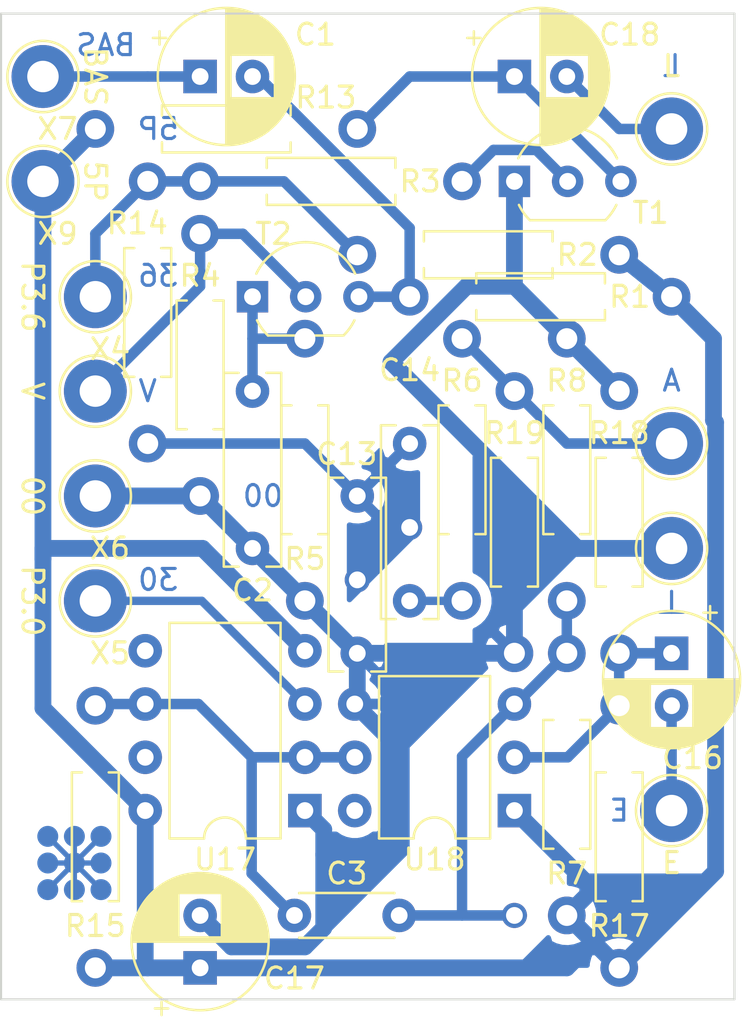
<source format=kicad_pcb>
(kicad_pcb (version 20171130) (host pcbnew 5.1.10)

  (general
    (thickness 1.6)
    (drawings 22)
    (tracks 111)
    (zones 0)
    (modules 37)
    (nets 22)
  )

  (page A4)
  (layers
    (0 F.Cu signal)
    (31 B.Cu signal)
    (32 B.Adhes user)
    (33 F.Adhes user)
    (34 B.Paste user)
    (35 F.Paste user)
    (36 B.SilkS user)
    (37 F.SilkS user)
    (38 B.Mask user)
    (39 F.Mask user)
    (40 Dwgs.User user)
    (41 Cmts.User user)
    (42 Eco1.User user)
    (43 Eco2.User user)
    (44 Edge.Cuts user)
    (45 Margin user)
    (46 B.CrtYd user)
    (47 F.CrtYd user)
    (48 B.Fab user)
    (49 F.Fab user)
  )

  (setup
    (last_trace_width 0.4)
    (trace_clearance 0.2)
    (zone_clearance 0.508)
    (zone_45_only no)
    (trace_min 0.2)
    (via_size 1.2)
    (via_drill 0.8)
    (via_min_size 0.4)
    (via_min_drill 0.3)
    (uvia_size 0.3)
    (uvia_drill 0.1)
    (uvias_allowed no)
    (uvia_min_size 0.2)
    (uvia_min_drill 0.1)
    (edge_width 0.1)
    (segment_width 0.2)
    (pcb_text_width 0.3)
    (pcb_text_size 1.5 1.5)
    (mod_edge_width 0.15)
    (mod_text_size 1 1)
    (mod_text_width 0.15)
    (pad_size 1.524 1.524)
    (pad_drill 0.762)
    (pad_to_mask_clearance 0)
    (aux_axis_origin 0 0)
    (visible_elements FFFFFF7F)
    (pcbplotparams
      (layerselection 0x01030_ffffffff)
      (usegerberextensions false)
      (usegerberattributes true)
      (usegerberadvancedattributes true)
      (creategerberjobfile false)
      (excludeedgelayer true)
      (linewidth 0.100000)
      (plotframeref false)
      (viasonmask false)
      (mode 1)
      (useauxorigin false)
      (hpglpennumber 1)
      (hpglpenspeed 20)
      (hpglpendiameter 15.000000)
      (psnegative false)
      (psa4output false)
      (plotreference true)
      (plotvalue true)
      (plotinvisibletext false)
      (padsonsilk false)
      (subtractmaskfromsilk false)
      (outputformat 1)
      (mirror false)
      (drillshape 0)
      (scaleselection 1)
      (outputdirectory "output_gerber"))
  )

  (net 0 "")
  (net 1 "Net-(C1-Pad2)")
  (net 2 "Net-(C1-Pad1)")
  (net 3 GND)
  (net 4 "Net-(C2-Pad1)")
  (net 5 "Net-(C3-Pad2)")
  (net 6 "Net-(C3-Pad1)")
  (net 7 "Net-(C13-Pad1)")
  (net 8 "Net-(C14-Pad1)")
  (net 9 /E)
  (net 10 "Net-(C16-Pad1)")
  (net 11 +5P)
  (net 12 /L)
  (net 13 "Net-(C18-Pad1)")
  (net 14 /P36)
  (net 15 "Net-(R3-Pad1)")
  (net 16 "Net-(R4-Pad1)")
  (net 17 /A)
  (net 18 "Net-(U17-Pad7)")
  (net 19 /P30)
  (net 20 "Net-(U17-Pad5)")
  (net 21 "Net-(U18-Pad6)")

  (net_class Default "Dies ist die voreingestellte Netzklasse."
    (clearance 0.2)
    (trace_width 0.4)
    (via_dia 1.2)
    (via_drill 0.8)
    (uvia_dia 0.3)
    (uvia_drill 0.1)
    (add_net +5P)
    (add_net /A)
    (add_net /E)
    (add_net /L)
    (add_net /P30)
    (add_net /P36)
    (add_net GND)
    (add_net "Net-(C1-Pad1)")
    (add_net "Net-(C1-Pad2)")
    (add_net "Net-(C13-Pad1)")
    (add_net "Net-(C14-Pad1)")
    (add_net "Net-(C16-Pad1)")
    (add_net "Net-(C18-Pad1)")
    (add_net "Net-(C2-Pad1)")
    (add_net "Net-(C3-Pad1)")
    (add_net "Net-(C3-Pad2)")
    (add_net "Net-(R3-Pad1)")
    (add_net "Net-(R4-Pad1)")
    (add_net "Net-(U17-Pad5)")
    (add_net "Net-(U17-Pad7)")
    (add_net "Net-(U18-Pad6)")
  )

  (module TestPoint:TestPoint_Loop_D2.54mm_Drill1.5mm_Beaded (layer F.Cu) (tedit 5A0F774F) (tstamp 61B893FA)
    (at 102 101)
    (descr "wire loop with bead as test point, loop diameter2.548mm, hole diameter 1.5mm")
    (tags "test point wire loop bead")
    (path /61BB300E)
    (fp_text reference X7 (at 0.7 2.5) (layer F.SilkS)
      (effects (font (size 1 1) (thickness 0.15)))
    )
    (fp_text value BAS (at 0 -2.8) (layer F.Fab)
      (effects (font (size 1 1) (thickness 0.15)))
    )
    (fp_text user %R (at 0.7 2.5) (layer F.Fab)
      (effects (font (size 1 1) (thickness 0.15)))
    )
    (fp_line (start -1.3 -0.3) (end -1.3 0.3) (layer F.Fab) (width 0.12))
    (fp_line (start -1.3 0.3) (end 1.3 0.3) (layer F.Fab) (width 0.12))
    (fp_line (start 1.3 0.3) (end 1.3 -0.3) (layer F.Fab) (width 0.12))
    (fp_line (start 1.3 -0.3) (end -1.3 -0.3) (layer F.Fab) (width 0.12))
    (fp_circle (center 0 0) (end 2 0) (layer F.CrtYd) (width 0.05))
    (fp_circle (center 0 0) (end 1.7 0) (layer F.SilkS) (width 0.12))
    (fp_circle (center 0 0) (end 1.5 0) (layer F.Fab) (width 0.12))
    (pad 1 thru_hole circle (at 0 0) (size 3 3) (drill 1.5) (layers *.Cu *.Mask)
      (net 2 "Net-(C1-Pad1)"))
    (model ${KISYS3DMOD}/TestPoint.3dshapes/TestPoint_Loop_D2.54mm_Drill1.5mm_Beaded.wrl
      (at (xyz 0 0 0))
      (scale (xyz 1 1 1))
      (rotate (xyz 0 0 0))
    )
  )

  (module TestPoint:TestPoint_Loop_D2.54mm_Drill1.5mm_Beaded (layer F.Cu) (tedit 5A0F774F) (tstamp 61B86233)
    (at 104.5 126)
    (descr "wire loop with bead as test point, loop diameter2.548mm, hole diameter 1.5mm")
    (tags "test point wire loop bead")
    (path /61B9C2B2)
    (fp_text reference X5 (at 0.7 2.5) (layer F.SilkS)
      (effects (font (size 1 1) (thickness 0.15)))
    )
    (fp_text value P3.0 (at 0 -2.8) (layer F.Fab)
      (effects (font (size 1 1) (thickness 0.15)))
    )
    (fp_text user %R (at 0.7 2.5) (layer F.Fab)
      (effects (font (size 1 1) (thickness 0.15)))
    )
    (fp_line (start -1.3 -0.3) (end -1.3 0.3) (layer F.Fab) (width 0.12))
    (fp_line (start -1.3 0.3) (end 1.3 0.3) (layer F.Fab) (width 0.12))
    (fp_line (start 1.3 0.3) (end 1.3 -0.3) (layer F.Fab) (width 0.12))
    (fp_line (start 1.3 -0.3) (end -1.3 -0.3) (layer F.Fab) (width 0.12))
    (fp_circle (center 0 0) (end 2 0) (layer F.CrtYd) (width 0.05))
    (fp_circle (center 0 0) (end 1.7 0) (layer F.SilkS) (width 0.12))
    (fp_circle (center 0 0) (end 1.5 0) (layer F.Fab) (width 0.12))
    (pad 1 thru_hole circle (at 0 0) (size 3 3) (drill 1.5) (layers *.Cu *.Mask)
      (net 19 /P30))
    (model ${KISYS3DMOD}/TestPoint.3dshapes/TestPoint_Loop_D2.54mm_Drill1.5mm_Beaded.wrl
      (at (xyz 0 0 0))
      (scale (xyz 1 1 1))
      (rotate (xyz 0 0 0))
    )
  )

  (module TestPoint:TestPoint_Loop_D2.54mm_Drill1.5mm_Beaded (layer F.Cu) (tedit 5A0F774F) (tstamp 61B86226)
    (at 104.5 111.5)
    (descr "wire loop with bead as test point, loop diameter2.548mm, hole diameter 1.5mm")
    (tags "test point wire loop bead")
    (path /61BA433C)
    (fp_text reference X4 (at 0.7 2.5) (layer F.SilkS)
      (effects (font (size 1 1) (thickness 0.15)))
    )
    (fp_text value P3.6 (at 0 -2.8) (layer F.Fab)
      (effects (font (size 1 1) (thickness 0.15)))
    )
    (fp_text user %R (at 0.7 2.5) (layer F.Fab)
      (effects (font (size 1 1) (thickness 0.15)))
    )
    (fp_line (start -1.3 -0.3) (end -1.3 0.3) (layer F.Fab) (width 0.12))
    (fp_line (start -1.3 0.3) (end 1.3 0.3) (layer F.Fab) (width 0.12))
    (fp_line (start 1.3 0.3) (end 1.3 -0.3) (layer F.Fab) (width 0.12))
    (fp_line (start 1.3 -0.3) (end -1.3 -0.3) (layer F.Fab) (width 0.12))
    (fp_circle (center 0 0) (end 2 0) (layer F.CrtYd) (width 0.05))
    (fp_circle (center 0 0) (end 1.7 0) (layer F.SilkS) (width 0.12))
    (fp_circle (center 0 0) (end 1.5 0) (layer F.Fab) (width 0.12))
    (pad 1 thru_hole circle (at 0 0) (size 3 3) (drill 1.5) (layers *.Cu *.Mask)
      (net 14 /P36))
    (model ${KISYS3DMOD}/TestPoint.3dshapes/TestPoint_Loop_D2.54mm_Drill1.5mm_Beaded.wrl
      (at (xyz 0 0 0))
      (scale (xyz 1 1 1))
      (rotate (xyz 0 0 0))
    )
  )

  (module TestPoint:TestPoint_Loop_D2.54mm_Drill1.5mm_Beaded (layer F.Cu) (tedit 5A0F774F) (tstamp 61B84E9D)
    (at 102 106)
    (descr "wire loop with bead as test point, loop diameter2.548mm, hole diameter 1.5mm")
    (tags "test point wire loop bead")
    (path /61B8B709)
    (fp_text reference X9 (at 0.7 2.5) (layer F.SilkS)
      (effects (font (size 1 1) (thickness 0.15)))
    )
    (fp_text value 5V (at 0 -2.8) (layer F.Fab)
      (effects (font (size 1 1) (thickness 0.15)))
    )
    (fp_text user %R (at 0.7 2.5) (layer F.Fab)
      (effects (font (size 1 1) (thickness 0.15)))
    )
    (fp_line (start -1.3 -0.3) (end -1.3 0.3) (layer F.Fab) (width 0.12))
    (fp_line (start -1.3 0.3) (end 1.3 0.3) (layer F.Fab) (width 0.12))
    (fp_line (start 1.3 0.3) (end 1.3 -0.3) (layer F.Fab) (width 0.12))
    (fp_line (start 1.3 -0.3) (end -1.3 -0.3) (layer F.Fab) (width 0.12))
    (fp_circle (center 0 0) (end 2 0) (layer F.CrtYd) (width 0.05))
    (fp_circle (center 0 0) (end 1.7 0) (layer F.SilkS) (width 0.12))
    (fp_circle (center 0 0) (end 1.5 0) (layer F.Fab) (width 0.12))
    (pad 1 thru_hole circle (at 0 0) (size 3 3) (drill 1.5) (layers *.Cu *.Mask)
      (net 11 +5P))
    (model ${KISYS3DMOD}/TestPoint.3dshapes/TestPoint_Loop_D2.54mm_Drill1.5mm_Beaded.wrl
      (at (xyz 0 0 0))
      (scale (xyz 1 1 1))
      (rotate (xyz 0 0 0))
    )
  )

  (module TestPoint:TestPoint_Loop_D2.54mm_Drill1.5mm_Beaded (layer F.Cu) (tedit 5A0F774F) (tstamp 61B84E78)
    (at 104.5 121)
    (descr "wire loop with bead as test point, loop diameter2.548mm, hole diameter 1.5mm")
    (tags "test point wire loop bead")
    (path /61B8F57C)
    (fp_text reference X6 (at 0.7 2.5) (layer F.SilkS)
      (effects (font (size 1 1) (thickness 0.15)))
    )
    (fp_text value 00 (at 0 -2.8) (layer F.Fab)
      (effects (font (size 1 1) (thickness 0.15)))
    )
    (fp_text user %R (at 0.7 2.5) (layer F.Fab)
      (effects (font (size 1 1) (thickness 0.15)))
    )
    (fp_line (start -1.3 -0.3) (end -1.3 0.3) (layer F.Fab) (width 0.12))
    (fp_line (start -1.3 0.3) (end 1.3 0.3) (layer F.Fab) (width 0.12))
    (fp_line (start 1.3 0.3) (end 1.3 -0.3) (layer F.Fab) (width 0.12))
    (fp_line (start 1.3 -0.3) (end -1.3 -0.3) (layer F.Fab) (width 0.12))
    (fp_circle (center 0 0) (end 2 0) (layer F.CrtYd) (width 0.05))
    (fp_circle (center 0 0) (end 1.7 0) (layer F.SilkS) (width 0.12))
    (fp_circle (center 0 0) (end 1.5 0) (layer F.Fab) (width 0.12))
    (pad 1 thru_hole circle (at 0 0) (size 3 3) (drill 1.5) (layers *.Cu *.Mask)
      (net 3 GND))
    (model ${KISYS3DMOD}/TestPoint.3dshapes/TestPoint_Loop_D2.54mm_Drill1.5mm_Beaded.wrl
      (at (xyz 0 0 0))
      (scale (xyz 1 1 1))
      (rotate (xyz 0 0 0))
    )
  )

  (module TestPoint:TestPoint_Loop_D2.54mm_Drill1.5mm_Beaded (layer F.Cu) (tedit 5A0F774F) (tstamp 61B839DA)
    (at 104.5 116)
    (descr "wire loop with bead as test point, loop diameter2.548mm, hole diameter 1.5mm")
    (tags "test point wire loop bead")
    (path /61B853BC)
    (fp_text reference X8 (at 0.7 2.5) (layer F.SilkS) hide
      (effects (font (size 1 1) (thickness 0.15)))
    )
    (fp_text value Video (at -3 0 90) (layer F.Fab)
      (effects (font (size 1 1) (thickness 0.15)))
    )
    (fp_text user %R (at 0.7 2.5) (layer F.Fab) hide
      (effects (font (size 1 1) (thickness 0.15)))
    )
    (fp_line (start -1.3 -0.3) (end -1.3 0.3) (layer F.Fab) (width 0.12))
    (fp_line (start -1.3 0.3) (end 1.3 0.3) (layer F.Fab) (width 0.12))
    (fp_line (start 1.3 0.3) (end 1.3 -0.3) (layer F.Fab) (width 0.12))
    (fp_line (start 1.3 -0.3) (end -1.3 -0.3) (layer F.Fab) (width 0.12))
    (fp_circle (center 0 0) (end 2 0) (layer F.CrtYd) (width 0.05))
    (fp_circle (center 0 0) (end 1.7 0) (layer F.SilkS) (width 0.12))
    (fp_circle (center 0 0) (end 1.5 0) (layer F.Fab) (width 0.12))
    (pad 1 thru_hole circle (at 0 0) (size 3 3) (drill 1.5) (layers *.Cu *.Mask)
      (net 16 "Net-(R4-Pad1)"))
    (model ${KISYS3DMOD}/TestPoint.3dshapes/TestPoint_Loop_D2.54mm_Drill1.5mm_Beaded.wrl
      (at (xyz 0 0 0))
      (scale (xyz 1 1 1))
      (rotate (xyz 0 0 0))
    )
  )

  (module Tiny2k_Bauteile:jute_pcb_logo_klein (layer B.Cu) (tedit 61AE69AE) (tstamp 61B72E27)
    (at 103.5 138.5)
    (attr smd)
    (fp_text reference REF** (at 0 -0.5) (layer B.SilkS) hide
      (effects (font (size 1 1) (thickness 0.15)) (justify mirror))
    )
    (fp_text value jute_pcb_logo (at 0 0.5) (layer B.Fab) hide
      (effects (font (size 1 1) (thickness 0.15)) (justify mirror))
    )
    (pad 2 smd rect (at 0 0 225) (size 0.25 3.6) (layers B.Cu B.Paste B.Mask))
    (pad 2 smd rect (at 0 0 315) (size 0.25 3.6) (layers B.Cu B.Paste B.Mask))
    (pad 2 smd rect (at 0 0 270) (size 0.25 2.54) (layers B.Cu B.Paste B.Mask))
    (pad 2 smd rect (at 0 0) (size 0.25 2.54) (layers B.Cu B.Paste B.Mask))
    (pad 1 smd circle (at -1.27 0) (size 1 1) (layers B.Cu B.Paste B.Mask))
    (pad 1 smd circle (at -1.27 -1.27) (size 1 1) (layers B.Cu B.Paste B.Mask))
    (pad 1 smd circle (at 0 -1.27) (size 1 1) (layers B.Cu B.Paste B.Mask))
    (pad 1 smd circle (at 1.27 -1.27) (size 1 1) (layers B.Cu B.Paste B.Mask))
    (pad 1 smd circle (at 1.27 0) (size 1 1) (layers B.Cu B.Paste B.Mask))
    (pad 1 smd circle (at 1.27 1.27) (size 1 1) (layers B.Cu B.Paste B.Mask))
    (pad 1 smd circle (at 0 1.27) (size 1 1) (layers B.Cu B.Paste B.Mask))
    (pad 1 smd circle (at -1.27 1.27) (size 1 1) (layers B.Cu B.Paste B.Mask))
    (pad 1 smd circle (at 0 0) (size 1 1) (layers B.Cu B.Paste B.Mask))
  )

  (module Capacitor_THT:C_Rect_L9.0mm_W2.5mm_P7.50mm_MKT (layer F.Cu) (tedit 5AE50EF0) (tstamp 61B6236B)
    (at 119.5 126 90)
    (descr "C, Rect series, Radial, pin pitch=7.50mm, , length*width=9*2.5mm^2, Capacitor, https://en.tdk.eu/inf/20/20/db/fc_2009/MKT_B32560_564.pdf")
    (tags "C Rect series Radial pin pitch 7.50mm  length 9mm width 2.5mm Capacitor")
    (path /61B1B58B)
    (fp_text reference C14 (at 11 0 180) (layer F.SilkS)
      (effects (font (size 1 1) (thickness 0.15)))
    )
    (fp_text value 2,7nF (at 3.75 2.5 90) (layer F.Fab)
      (effects (font (size 1 1) (thickness 0.15)))
    )
    (fp_line (start -0.75 -1.25) (end -0.75 1.25) (layer F.Fab) (width 0.1))
    (fp_line (start -0.75 1.25) (end 8.25 1.25) (layer F.Fab) (width 0.1))
    (fp_line (start 8.25 1.25) (end 8.25 -1.25) (layer F.Fab) (width 0.1))
    (fp_line (start 8.25 -1.25) (end -0.75 -1.25) (layer F.Fab) (width 0.1))
    (fp_line (start -0.87 -1.37) (end 8.37 -1.37) (layer F.SilkS) (width 0.12))
    (fp_line (start -0.87 1.37) (end 8.37 1.37) (layer F.SilkS) (width 0.12))
    (fp_line (start -0.87 -1.37) (end -0.87 -0.665) (layer F.SilkS) (width 0.12))
    (fp_line (start -0.87 0.665) (end -0.87 1.37) (layer F.SilkS) (width 0.12))
    (fp_line (start 8.37 -1.37) (end 8.37 -0.665) (layer F.SilkS) (width 0.12))
    (fp_line (start 8.37 0.665) (end 8.37 1.37) (layer F.SilkS) (width 0.12))
    (fp_line (start -1.05 -1.5) (end -1.05 1.5) (layer F.CrtYd) (width 0.05))
    (fp_line (start -1.05 1.5) (end 8.55 1.5) (layer F.CrtYd) (width 0.05))
    (fp_line (start 8.55 1.5) (end 8.55 -1.5) (layer F.CrtYd) (width 0.05))
    (fp_line (start 8.55 -1.5) (end -1.05 -1.5) (layer F.CrtYd) (width 0.05))
    (fp_text user %R (at 3.75 0 90) (layer F.Fab)
      (effects (font (size 1 1) (thickness 0.15)))
    )
    (pad 2 thru_hole circle (at 7.5 0 90) (size 1.6 1.6) (drill 0.8) (layers *.Cu *.Mask)
      (net 7 "Net-(C13-Pad1)"))
    (pad 1 thru_hole circle (at 0 0 90) (size 1.6 1.6) (drill 0.8) (layers *.Cu *.Mask)
      (net 8 "Net-(C14-Pad1)"))
    (model ${KISYS3DMOD}/Capacitor_THT.3dshapes/C_Rect_L9.0mm_W2.5mm_P7.50mm_MKT.wrl
      (at (xyz 0 0 0))
      (scale (xyz 1 1 1))
      (rotate (xyz 0 0 0))
    )
  )

  (module Capacitor_THT:C_Rect_L9.0mm_W2.5mm_P7.50mm_MKT (layer F.Cu) (tedit 5AE50EF0) (tstamp 61B62356)
    (at 117 121 270)
    (descr "C, Rect series, Radial, pin pitch=7.50mm, , length*width=9*2.5mm^2, Capacitor, https://en.tdk.eu/inf/20/20/db/fc_2009/MKT_B32560_564.pdf")
    (tags "C Rect series Radial pin pitch 7.50mm  length 9mm width 2.5mm Capacitor")
    (path /61283E0A)
    (fp_text reference C13 (at -2 0.5 180) (layer F.SilkS)
      (effects (font (size 1 1) (thickness 0.15)))
    )
    (fp_text value 2,7nF (at 3.75 2.5 90) (layer F.Fab)
      (effects (font (size 1 1) (thickness 0.15)))
    )
    (fp_line (start -0.75 -1.25) (end -0.75 1.25) (layer F.Fab) (width 0.1))
    (fp_line (start -0.75 1.25) (end 8.25 1.25) (layer F.Fab) (width 0.1))
    (fp_line (start 8.25 1.25) (end 8.25 -1.25) (layer F.Fab) (width 0.1))
    (fp_line (start 8.25 -1.25) (end -0.75 -1.25) (layer F.Fab) (width 0.1))
    (fp_line (start -0.87 -1.37) (end 8.37 -1.37) (layer F.SilkS) (width 0.12))
    (fp_line (start -0.87 1.37) (end 8.37 1.37) (layer F.SilkS) (width 0.12))
    (fp_line (start -0.87 -1.37) (end -0.87 -0.665) (layer F.SilkS) (width 0.12))
    (fp_line (start -0.87 0.665) (end -0.87 1.37) (layer F.SilkS) (width 0.12))
    (fp_line (start 8.37 -1.37) (end 8.37 -0.665) (layer F.SilkS) (width 0.12))
    (fp_line (start 8.37 0.665) (end 8.37 1.37) (layer F.SilkS) (width 0.12))
    (fp_line (start -1.05 -1.5) (end -1.05 1.5) (layer F.CrtYd) (width 0.05))
    (fp_line (start -1.05 1.5) (end 8.55 1.5) (layer F.CrtYd) (width 0.05))
    (fp_line (start 8.55 1.5) (end 8.55 -1.5) (layer F.CrtYd) (width 0.05))
    (fp_line (start 8.55 -1.5) (end -1.05 -1.5) (layer F.CrtYd) (width 0.05))
    (fp_text user %R (at 3.75 0 90) (layer F.Fab)
      (effects (font (size 1 1) (thickness 0.15)))
    )
    (pad 2 thru_hole circle (at 7.5 0 270) (size 1.6 1.6) (drill 0.8) (layers *.Cu *.Mask)
      (net 3 GND))
    (pad 1 thru_hole circle (at 0 0 270) (size 1.6 1.6) (drill 0.8) (layers *.Cu *.Mask)
      (net 7 "Net-(C13-Pad1)"))
    (model ${KISYS3DMOD}/Capacitor_THT.3dshapes/C_Rect_L9.0mm_W2.5mm_P7.50mm_MKT.wrl
      (at (xyz 0 0 0))
      (scale (xyz 1 1 1))
      (rotate (xyz 0 0 0))
    )
  )

  (module Capacitor_THT:C_Rect_L9.0mm_W2.5mm_P7.50mm_MKT (layer F.Cu) (tedit 5AE50EF0) (tstamp 61B71B5F)
    (at 112 116 270)
    (descr "C, Rect series, Radial, pin pitch=7.50mm, , length*width=9*2.5mm^2, Capacitor, https://en.tdk.eu/inf/20/20/db/fc_2009/MKT_B32560_564.pdf")
    (tags "C Rect series Radial pin pitch 7.50mm  length 9mm width 2.5mm Capacitor")
    (path /61B265D5)
    (fp_text reference C2 (at 9.5 0 180) (layer F.SilkS)
      (effects (font (size 1 1) (thickness 0.15)))
    )
    (fp_text value 100pF (at 3.75 2.5 90) (layer F.Fab)
      (effects (font (size 1 1) (thickness 0.15)))
    )
    (fp_line (start -0.75 -1.25) (end -0.75 1.25) (layer F.Fab) (width 0.1))
    (fp_line (start -0.75 1.25) (end 8.25 1.25) (layer F.Fab) (width 0.1))
    (fp_line (start 8.25 1.25) (end 8.25 -1.25) (layer F.Fab) (width 0.1))
    (fp_line (start 8.25 -1.25) (end -0.75 -1.25) (layer F.Fab) (width 0.1))
    (fp_line (start -0.87 -1.37) (end 8.37 -1.37) (layer F.SilkS) (width 0.12))
    (fp_line (start -0.87 1.37) (end 8.37 1.37) (layer F.SilkS) (width 0.12))
    (fp_line (start -0.87 -1.37) (end -0.87 -0.665) (layer F.SilkS) (width 0.12))
    (fp_line (start -0.87 0.665) (end -0.87 1.37) (layer F.SilkS) (width 0.12))
    (fp_line (start 8.37 -1.37) (end 8.37 -0.665) (layer F.SilkS) (width 0.12))
    (fp_line (start 8.37 0.665) (end 8.37 1.37) (layer F.SilkS) (width 0.12))
    (fp_line (start -1.05 -1.5) (end -1.05 1.5) (layer F.CrtYd) (width 0.05))
    (fp_line (start -1.05 1.5) (end 8.55 1.5) (layer F.CrtYd) (width 0.05))
    (fp_line (start 8.55 1.5) (end 8.55 -1.5) (layer F.CrtYd) (width 0.05))
    (fp_line (start 8.55 -1.5) (end -1.05 -1.5) (layer F.CrtYd) (width 0.05))
    (fp_text user %R (at 3.75 0 90) (layer F.Fab)
      (effects (font (size 1 1) (thickness 0.15)))
    )
    (pad 2 thru_hole circle (at 7.5 0 270) (size 1.6 1.6) (drill 0.8) (layers *.Cu *.Mask)
      (net 3 GND))
    (pad 1 thru_hole circle (at 0 0 270) (size 1.6 1.6) (drill 0.8) (layers *.Cu *.Mask)
      (net 4 "Net-(C2-Pad1)"))
    (model ${KISYS3DMOD}/Capacitor_THT.3dshapes/C_Rect_L9.0mm_W2.5mm_P7.50mm_MKT.wrl
      (at (xyz 0 0 0))
      (scale (xyz 1 1 1))
      (rotate (xyz 0 0 0))
    )
  )

  (module TestPoint:TestPoint_Loop_D2.54mm_Drill1.5mm_Beaded (layer F.Cu) (tedit 5A0F774F) (tstamp 61B6FA63)
    (at 132 103.5)
    (descr "wire loop with bead as test point, loop diameter2.548mm, hole diameter 1.5mm")
    (tags "test point wire loop bead")
    (path /61BE6A53)
    (fp_text reference TP10 (at 0.7 2.5) (layer F.SilkS) hide
      (effects (font (size 1 1) (thickness 0.15)))
    )
    (fp_text value L (at 0 -2.8) (layer F.Fab)
      (effects (font (size 1 1) (thickness 0.15)))
    )
    (fp_line (start -1.3 -0.3) (end -1.3 0.3) (layer F.Fab) (width 0.12))
    (fp_line (start -1.3 0.3) (end 1.3 0.3) (layer F.Fab) (width 0.12))
    (fp_line (start 1.3 0.3) (end 1.3 -0.3) (layer F.Fab) (width 0.12))
    (fp_line (start 1.3 -0.3) (end -1.3 -0.3) (layer F.Fab) (width 0.12))
    (fp_circle (center 0 0) (end 2 0) (layer F.CrtYd) (width 0.05))
    (fp_circle (center 0 0) (end 1.7 0) (layer F.SilkS) (width 0.12))
    (fp_circle (center 0 0) (end 1.5 0) (layer F.Fab) (width 0.12))
    (fp_text user %R (at 0.7 2.5) (layer F.Fab) hide
      (effects (font (size 1 1) (thickness 0.15)))
    )
    (pad 1 thru_hole circle (at 0 0) (size 3 3) (drill 1.5) (layers *.Cu *.Mask)
      (net 12 /L))
    (model ${KISYS3DMOD}/TestPoint.3dshapes/TestPoint_Loop_D2.54mm_Drill1.5mm_Beaded.wrl
      (at (xyz 0 0 0))
      (scale (xyz 1 1 1))
      (rotate (xyz 0 0 0))
    )
  )

  (module TestPoint:TestPoint_Loop_D2.54mm_Drill1.5mm_Beaded (layer F.Cu) (tedit 5A0F774F) (tstamp 61B6BC85)
    (at 132 118.5)
    (descr "wire loop with bead as test point, loop diameter2.548mm, hole diameter 1.5mm")
    (tags "test point wire loop bead")
    (path /61BC271D)
    (fp_text reference TP3 (at 0.7 2.5) (layer F.SilkS) hide
      (effects (font (size 1 1) (thickness 0.15)))
    )
    (fp_text value A (at 0 -2.8) (layer F.Fab)
      (effects (font (size 1 1) (thickness 0.15)))
    )
    (fp_line (start -1.3 -0.3) (end -1.3 0.3) (layer F.Fab) (width 0.12))
    (fp_line (start -1.3 0.3) (end 1.3 0.3) (layer F.Fab) (width 0.12))
    (fp_line (start 1.3 0.3) (end 1.3 -0.3) (layer F.Fab) (width 0.12))
    (fp_line (start 1.3 -0.3) (end -1.3 -0.3) (layer F.Fab) (width 0.12))
    (fp_circle (center 0 0) (end 2 0) (layer F.CrtYd) (width 0.05))
    (fp_circle (center 0 0) (end 1.7 0) (layer F.SilkS) (width 0.12))
    (fp_circle (center 0 0) (end 1.5 0) (layer F.Fab) (width 0.12))
    (fp_text user %R (at 0.7 2.5) (layer F.Fab) hide
      (effects (font (size 1 1) (thickness 0.15)))
    )
    (pad 1 thru_hole circle (at 0 0) (size 3 3) (drill 1.5) (layers *.Cu *.Mask)
      (net 17 /A))
    (model ${KISYS3DMOD}/TestPoint.3dshapes/TestPoint_Loop_D2.54mm_Drill1.5mm_Beaded.wrl
      (at (xyz 0 0 0))
      (scale (xyz 1 1 1))
      (rotate (xyz 0 0 0))
    )
  )

  (module TestPoint:TestPoint_Loop_D2.54mm_Drill1.5mm_Beaded (layer F.Cu) (tedit 5A0F774F) (tstamp 61B6BC78)
    (at 132 123.5)
    (descr "wire loop with bead as test point, loop diameter2.548mm, hole diameter 1.5mm")
    (tags "test point wire loop bead")
    (path /61BC239E)
    (fp_text reference TP2 (at 0.7 2.5) (layer F.SilkS) hide
      (effects (font (size 1 1) (thickness 0.15)))
    )
    (fp_text value 00 (at 0 -2.8) (layer F.Fab)
      (effects (font (size 1 1) (thickness 0.15)))
    )
    (fp_line (start -1.3 -0.3) (end -1.3 0.3) (layer F.Fab) (width 0.12))
    (fp_line (start -1.3 0.3) (end 1.3 0.3) (layer F.Fab) (width 0.12))
    (fp_line (start 1.3 0.3) (end 1.3 -0.3) (layer F.Fab) (width 0.12))
    (fp_line (start 1.3 -0.3) (end -1.3 -0.3) (layer F.Fab) (width 0.12))
    (fp_circle (center 0 0) (end 2 0) (layer F.CrtYd) (width 0.05))
    (fp_circle (center 0 0) (end 1.7 0) (layer F.SilkS) (width 0.12))
    (fp_circle (center 0 0) (end 1.5 0) (layer F.Fab) (width 0.12))
    (fp_text user %R (at 0.7 2.5) (layer F.Fab) hide
      (effects (font (size 1 1) (thickness 0.15)))
    )
    (pad 1 thru_hole circle (at 0 0) (size 3 3) (drill 1.5) (layers *.Cu *.Mask)
      (net 3 GND))
    (model ${KISYS3DMOD}/TestPoint.3dshapes/TestPoint_Loop_D2.54mm_Drill1.5mm_Beaded.wrl
      (at (xyz 0 0 0))
      (scale (xyz 1 1 1))
      (rotate (xyz 0 0 0))
    )
  )

  (module TestPoint:TestPoint_Loop_D2.54mm_Drill1.5mm_Beaded (layer F.Cu) (tedit 5A0F774F) (tstamp 61B6BC6B)
    (at 132 136)
    (descr "wire loop with bead as test point, loop diameter2.548mm, hole diameter 1.5mm")
    (tags "test point wire loop bead")
    (path /61BC1F21)
    (fp_text reference TP1 (at 0.7 2.5) (layer F.SilkS) hide
      (effects (font (size 1 1) (thickness 0.15)))
    )
    (fp_text value E (at 0 -2.8) (layer F.Fab)
      (effects (font (size 1 1) (thickness 0.15)))
    )
    (fp_line (start -1.3 -0.3) (end -1.3 0.3) (layer F.Fab) (width 0.12))
    (fp_line (start -1.3 0.3) (end 1.3 0.3) (layer F.Fab) (width 0.12))
    (fp_line (start 1.3 0.3) (end 1.3 -0.3) (layer F.Fab) (width 0.12))
    (fp_line (start 1.3 -0.3) (end -1.3 -0.3) (layer F.Fab) (width 0.12))
    (fp_circle (center 0 0) (end 2 0) (layer F.CrtYd) (width 0.05))
    (fp_circle (center 0 0) (end 1.7 0) (layer F.SilkS) (width 0.12))
    (fp_circle (center 0 0) (end 1.5 0) (layer F.Fab) (width 0.12))
    (fp_text user %R (at 0.7 2.5) (layer F.Fab) hide
      (effects (font (size 1 1) (thickness 0.15)))
    )
    (pad 1 thru_hole circle (at 0 0) (size 3 3) (drill 1.5) (layers *.Cu *.Mask)
      (net 9 /E))
    (model ${KISYS3DMOD}/TestPoint.3dshapes/TestPoint_Loop_D2.54mm_Drill1.5mm_Beaded.wrl
      (at (xyz 0 0 0))
      (scale (xyz 1 1 1))
      (rotate (xyz 0 0 0))
    )
  )

  (module Tiny2k_Bauteile:R_Axial_TGL8728_L5.9mm_D2.4mm_P12.50mm_Horizontal (layer F.Cu) (tedit 61B5AF5B) (tstamp 61B62695)
    (at 124.5 116 270)
    (descr "Resistor, Axial_TGL8728 series, Axial, Horizontal, pin pitch=12.5mm, 1W, length*diameter=5.9*2.4mm^2")
    (tags "Resistor Axial_TGL8728 series Axial Horizontal pin pitch 12.5mm 1W length 5.9mm diameter 2.4mm")
    (path /61B1E092)
    (fp_text reference R19 (at 2 0 180) (layer F.SilkS)
      (effects (font (size 1 1) (thickness 0.15)))
    )
    (fp_text value 22k (at 6.35 2.32 90) (layer F.Fab)
      (effects (font (size 1 1) (thickness 0.15)))
    )
    (fp_line (start 13.95 -1.25) (end -1.25 -1.25) (layer F.CrtYd) (width 0.05))
    (fp_line (start 13.95 1.25) (end 13.95 -1.25) (layer F.CrtYd) (width 0.05))
    (fp_line (start -1.25 1.25) (end 13.95 1.25) (layer F.CrtYd) (width 0.05))
    (fp_line (start -1.25 -1.25) (end -1.25 1.25) (layer F.CrtYd) (width 0.05))
    (fp_line (start 9.32 1.12) (end 9.32 0.64) (layer F.SilkS) (width 0.12))
    (fp_line (start 3.18 1.12) (end 9.32 1.12) (layer F.SilkS) (width 0.12))
    (fp_line (start 3.18 0.64) (end 3.18 1.12) (layer F.SilkS) (width 0.12))
    (fp_line (start 9.32 -1.12) (end 9.32 -0.64) (layer F.SilkS) (width 0.12))
    (fp_line (start 3.18 -1.12) (end 9.32 -1.12) (layer F.SilkS) (width 0.12))
    (fp_line (start 3.18 -0.64) (end 3.18 -1.12) (layer F.SilkS) (width 0.12))
    (fp_line (start 12.5 0) (end 9.2 0) (layer F.Fab) (width 0.1))
    (fp_line (start 0 0) (end 3.3 0) (layer F.Fab) (width 0.1))
    (fp_line (start 9.2 -1) (end 3.3 -1) (layer F.Fab) (width 0.1))
    (fp_line (start 9.2 1) (end 9.2 -1) (layer F.Fab) (width 0.1))
    (fp_line (start 3.3 1) (end 9.2 1) (layer F.Fab) (width 0.1))
    (fp_line (start 3.3 -1) (end 3.3 1) (layer F.Fab) (width 0.1))
    (fp_text user %R (at 6.25 0 90) (layer F.Fab)
      (effects (font (size 1 1) (thickness 0.15)))
    )
    (pad 2 thru_hole circle (at 12.5 0) (size 1.8 1.8) (drill 1) (layers *.Cu *.Mask)
      (net 3 GND))
    (pad 1 thru_hole circle (at 0 0 270) (size 1.8 1.8) (drill 1) (layers *.Cu *.Mask)
      (net 17 /A))
    (model ${KISYS3DMOD}/Resistor_THT.3dshapes/R_Axial_DIN0411_L9.9mm_D3.6mm_P12.70mm_Horizontal.wrl
      (at (xyz 0 0 0))
      (scale (xyz 1 1 1))
      (rotate (xyz 0 0 0))
    )
  )

  (module Tiny2k_Bauteile:R_Axial_TGL8728_L5.9mm_D2.4mm_P12.50mm_Horizontal (layer F.Cu) (tedit 61B5AF5B) (tstamp 61B64350)
    (at 129.5 128.5 90)
    (descr "Resistor, Axial_TGL8728 series, Axial, Horizontal, pin pitch=12.5mm, 1W, length*diameter=5.9*2.4mm^2")
    (tags "Resistor Axial_TGL8728 series Axial Horizontal pin pitch 12.5mm 1W length 5.9mm diameter 2.4mm")
    (path /61B8500D)
    (fp_text reference R18 (at 10.5 0 180) (layer F.SilkS)
      (effects (font (size 1 1) (thickness 0.15)))
    )
    (fp_text value 100k (at 6.35 2.32 90) (layer F.Fab)
      (effects (font (size 1 1) (thickness 0.15)))
    )
    (fp_line (start 13.95 -1.25) (end -1.25 -1.25) (layer F.CrtYd) (width 0.05))
    (fp_line (start 13.95 1.25) (end 13.95 -1.25) (layer F.CrtYd) (width 0.05))
    (fp_line (start -1.25 1.25) (end 13.95 1.25) (layer F.CrtYd) (width 0.05))
    (fp_line (start -1.25 -1.25) (end -1.25 1.25) (layer F.CrtYd) (width 0.05))
    (fp_line (start 9.32 1.12) (end 9.32 0.64) (layer F.SilkS) (width 0.12))
    (fp_line (start 3.18 1.12) (end 9.32 1.12) (layer F.SilkS) (width 0.12))
    (fp_line (start 3.18 0.64) (end 3.18 1.12) (layer F.SilkS) (width 0.12))
    (fp_line (start 9.32 -1.12) (end 9.32 -0.64) (layer F.SilkS) (width 0.12))
    (fp_line (start 3.18 -1.12) (end 9.32 -1.12) (layer F.SilkS) (width 0.12))
    (fp_line (start 3.18 -0.64) (end 3.18 -1.12) (layer F.SilkS) (width 0.12))
    (fp_line (start 12.5 0) (end 9.2 0) (layer F.Fab) (width 0.1))
    (fp_line (start 0 0) (end 3.3 0) (layer F.Fab) (width 0.1))
    (fp_line (start 9.2 -1) (end 3.3 -1) (layer F.Fab) (width 0.1))
    (fp_line (start 9.2 1) (end 9.2 -1) (layer F.Fab) (width 0.1))
    (fp_line (start 3.3 1) (end 9.2 1) (layer F.Fab) (width 0.1))
    (fp_line (start 3.3 -1) (end 3.3 1) (layer F.Fab) (width 0.1))
    (fp_text user %R (at 6.25 0 90) (layer F.Fab)
      (effects (font (size 1 1) (thickness 0.15)))
    )
    (pad 2 thru_hole circle (at 12.5 0 180) (size 1.8 1.8) (drill 1) (layers *.Cu *.Mask)
      (net 3 GND))
    (pad 1 thru_hole circle (at 0 0 90) (size 1.8 1.8) (drill 1) (layers *.Cu *.Mask)
      (net 10 "Net-(C16-Pad1)"))
    (model ${KISYS3DMOD}/Resistor_THT.3dshapes/R_Axial_DIN0411_L9.9mm_D3.6mm_P12.70mm_Horizontal.wrl
      (at (xyz 0 0 0))
      (scale (xyz 1 1 1))
      (rotate (xyz 0 0 0))
    )
  )

  (module Tiny2k_Bauteile:R_Axial_TGL8728_L5.9mm_D2.4mm_P12.50mm_Horizontal (layer F.Cu) (tedit 61B5AF5B) (tstamp 61B64CAA)
    (at 129.5 143.5 90)
    (descr "Resistor, Axial_TGL8728 series, Axial, Horizontal, pin pitch=12.5mm, 1W, length*diameter=5.9*2.4mm^2")
    (tags "Resistor Axial_TGL8728 series Axial Horizontal pin pitch 12.5mm 1W length 5.9mm diameter 2.4mm")
    (path /61B825C8)
    (fp_text reference R17 (at 2 0 180) (layer F.SilkS)
      (effects (font (size 1 1) (thickness 0.15)))
    )
    (fp_text value 100k (at 6.35 2.32 90) (layer F.Fab)
      (effects (font (size 1 1) (thickness 0.15)))
    )
    (fp_line (start 13.95 -1.25) (end -1.25 -1.25) (layer F.CrtYd) (width 0.05))
    (fp_line (start 13.95 1.25) (end 13.95 -1.25) (layer F.CrtYd) (width 0.05))
    (fp_line (start -1.25 1.25) (end 13.95 1.25) (layer F.CrtYd) (width 0.05))
    (fp_line (start -1.25 -1.25) (end -1.25 1.25) (layer F.CrtYd) (width 0.05))
    (fp_line (start 9.32 1.12) (end 9.32 0.64) (layer F.SilkS) (width 0.12))
    (fp_line (start 3.18 1.12) (end 9.32 1.12) (layer F.SilkS) (width 0.12))
    (fp_line (start 3.18 0.64) (end 3.18 1.12) (layer F.SilkS) (width 0.12))
    (fp_line (start 9.32 -1.12) (end 9.32 -0.64) (layer F.SilkS) (width 0.12))
    (fp_line (start 3.18 -1.12) (end 9.32 -1.12) (layer F.SilkS) (width 0.12))
    (fp_line (start 3.18 -0.64) (end 3.18 -1.12) (layer F.SilkS) (width 0.12))
    (fp_line (start 12.5 0) (end 9.2 0) (layer F.Fab) (width 0.1))
    (fp_line (start 0 0) (end 3.3 0) (layer F.Fab) (width 0.1))
    (fp_line (start 9.2 -1) (end 3.3 -1) (layer F.Fab) (width 0.1))
    (fp_line (start 9.2 1) (end 9.2 -1) (layer F.Fab) (width 0.1))
    (fp_line (start 3.3 1) (end 9.2 1) (layer F.Fab) (width 0.1))
    (fp_line (start 3.3 -1) (end 3.3 1) (layer F.Fab) (width 0.1))
    (fp_text user %R (at 6.25 0 90) (layer F.Fab)
      (effects (font (size 1 1) (thickness 0.15)))
    )
    (pad 2 thru_hole circle (at 12.5 0 180) (size 1.8 1.8) (drill 1) (layers *.Cu *.Mask)
      (net 10 "Net-(C16-Pad1)"))
    (pad 1 thru_hole circle (at 0 0 90) (size 1.8 1.8) (drill 1) (layers *.Cu *.Mask)
      (net 11 +5P))
    (model ${KISYS3DMOD}/Resistor_THT.3dshapes/R_Axial_DIN0411_L9.9mm_D3.6mm_P12.70mm_Horizontal.wrl
      (at (xyz 0 0 0))
      (scale (xyz 1 1 1))
      (rotate (xyz 0 0 0))
    )
  )

  (module Tiny2k_Bauteile:R_Axial_TGL8728_L5.9mm_D2.4mm_P12.50mm_Horizontal (layer F.Cu) (tedit 61B5AF5B) (tstamp 61B64322)
    (at 104.5 143.5 90)
    (descr "Resistor, Axial_TGL8728 series, Axial, Horizontal, pin pitch=12.5mm, 1W, length*diameter=5.9*2.4mm^2")
    (tags "Resistor Axial_TGL8728 series Axial Horizontal pin pitch 12.5mm 1W length 5.9mm diameter 2.4mm")
    (path /61B87AE1)
    (fp_text reference R15 (at 2 0 180) (layer F.SilkS)
      (effects (font (size 1 1) (thickness 0.15)))
    )
    (fp_text value 3,3k (at 6.35 2.32 90) (layer F.Fab)
      (effects (font (size 1 1) (thickness 0.15)))
    )
    (fp_line (start 13.95 -1.25) (end -1.25 -1.25) (layer F.CrtYd) (width 0.05))
    (fp_line (start 13.95 1.25) (end 13.95 -1.25) (layer F.CrtYd) (width 0.05))
    (fp_line (start -1.25 1.25) (end 13.95 1.25) (layer F.CrtYd) (width 0.05))
    (fp_line (start -1.25 -1.25) (end -1.25 1.25) (layer F.CrtYd) (width 0.05))
    (fp_line (start 9.32 1.12) (end 9.32 0.64) (layer F.SilkS) (width 0.12))
    (fp_line (start 3.18 1.12) (end 9.32 1.12) (layer F.SilkS) (width 0.12))
    (fp_line (start 3.18 0.64) (end 3.18 1.12) (layer F.SilkS) (width 0.12))
    (fp_line (start 9.32 -1.12) (end 9.32 -0.64) (layer F.SilkS) (width 0.12))
    (fp_line (start 3.18 -1.12) (end 9.32 -1.12) (layer F.SilkS) (width 0.12))
    (fp_line (start 3.18 -0.64) (end 3.18 -1.12) (layer F.SilkS) (width 0.12))
    (fp_line (start 12.5 0) (end 9.2 0) (layer F.Fab) (width 0.1))
    (fp_line (start 0 0) (end 3.3 0) (layer F.Fab) (width 0.1))
    (fp_line (start 9.2 -1) (end 3.3 -1) (layer F.Fab) (width 0.1))
    (fp_line (start 9.2 1) (end 9.2 -1) (layer F.Fab) (width 0.1))
    (fp_line (start 3.3 1) (end 9.2 1) (layer F.Fab) (width 0.1))
    (fp_line (start 3.3 -1) (end 3.3 1) (layer F.Fab) (width 0.1))
    (fp_text user %R (at 6.25 0 90) (layer F.Fab)
      (effects (font (size 1 1) (thickness 0.15)))
    )
    (pad 2 thru_hole circle (at 12.5 0 180) (size 1.8 1.8) (drill 1) (layers *.Cu *.Mask)
      (net 5 "Net-(C3-Pad2)"))
    (pad 1 thru_hole circle (at 0 0 90) (size 1.8 1.8) (drill 1) (layers *.Cu *.Mask)
      (net 11 +5P))
    (model ${KISYS3DMOD}/Resistor_THT.3dshapes/R_Axial_DIN0411_L9.9mm_D3.6mm_P12.70mm_Horizontal.wrl
      (at (xyz 0 0 0))
      (scale (xyz 1 1 1))
      (rotate (xyz 0 0 0))
    )
  )

  (module Tiny2k_Bauteile:R_Axial_TGL8728_L5.9mm_D2.4mm_P12.50mm_Horizontal (layer F.Cu) (tedit 61B5AF5B) (tstamp 61B62639)
    (at 107 118.5 90)
    (descr "Resistor, Axial_TGL8728 series, Axial, Horizontal, pin pitch=12.5mm, 1W, length*diameter=5.9*2.4mm^2")
    (tags "Resistor Axial_TGL8728 series Axial Horizontal pin pitch 12.5mm 1W length 5.9mm diameter 2.4mm")
    (path /61B0A9CB)
    (fp_text reference R14 (at 10.5 -0.5 180) (layer F.SilkS)
      (effects (font (size 1 1) (thickness 0.15)))
    )
    (fp_text value 22k (at 6.35 2.32 90) (layer F.Fab)
      (effects (font (size 1 1) (thickness 0.15)))
    )
    (fp_line (start 13.95 -1.25) (end -1.25 -1.25) (layer F.CrtYd) (width 0.05))
    (fp_line (start 13.95 1.25) (end 13.95 -1.25) (layer F.CrtYd) (width 0.05))
    (fp_line (start -1.25 1.25) (end 13.95 1.25) (layer F.CrtYd) (width 0.05))
    (fp_line (start -1.25 -1.25) (end -1.25 1.25) (layer F.CrtYd) (width 0.05))
    (fp_line (start 9.32 1.12) (end 9.32 0.64) (layer F.SilkS) (width 0.12))
    (fp_line (start 3.18 1.12) (end 9.32 1.12) (layer F.SilkS) (width 0.12))
    (fp_line (start 3.18 0.64) (end 3.18 1.12) (layer F.SilkS) (width 0.12))
    (fp_line (start 9.32 -1.12) (end 9.32 -0.64) (layer F.SilkS) (width 0.12))
    (fp_line (start 3.18 -1.12) (end 9.32 -1.12) (layer F.SilkS) (width 0.12))
    (fp_line (start 3.18 -0.64) (end 3.18 -1.12) (layer F.SilkS) (width 0.12))
    (fp_line (start 12.5 0) (end 9.2 0) (layer F.Fab) (width 0.1))
    (fp_line (start 0 0) (end 3.3 0) (layer F.Fab) (width 0.1))
    (fp_line (start 9.2 -1) (end 3.3 -1) (layer F.Fab) (width 0.1))
    (fp_line (start 9.2 1) (end 9.2 -1) (layer F.Fab) (width 0.1))
    (fp_line (start 3.3 1) (end 9.2 1) (layer F.Fab) (width 0.1))
    (fp_line (start 3.3 -1) (end 3.3 1) (layer F.Fab) (width 0.1))
    (fp_text user %R (at 6.25 0 90) (layer F.Fab)
      (effects (font (size 1 1) (thickness 0.15)))
    )
    (pad 2 thru_hole circle (at 12.5 0 180) (size 1.8 1.8) (drill 1) (layers *.Cu *.Mask)
      (net 14 /P36))
    (pad 1 thru_hole circle (at 0 0 90) (size 1.8 1.8) (drill 1) (layers *.Cu *.Mask)
      (net 7 "Net-(C13-Pad1)"))
    (model ${KISYS3DMOD}/Resistor_THT.3dshapes/R_Axial_DIN0411_L9.9mm_D3.6mm_P12.70mm_Horizontal.wrl
      (at (xyz 0 0 0))
      (scale (xyz 1 1 1))
      (rotate (xyz 0 0 0))
    )
  )

  (module Tiny2k_Bauteile:R_Axial_TGL8728_L5.9mm_D2.4mm_P12.50mm_Horizontal (layer F.Cu) (tedit 61B5AF5B) (tstamp 61B73A51)
    (at 104.5 103.5)
    (descr "Resistor, Axial_TGL8728 series, Axial, Horizontal, pin pitch=12.5mm, 1W, length*diameter=5.9*2.4mm^2")
    (tags "Resistor Axial_TGL8728 series Axial Horizontal pin pitch 12.5mm 1W length 5.9mm diameter 2.4mm")
    (path /61AF12C9)
    (fp_text reference R13 (at 11 -1.5) (layer F.SilkS)
      (effects (font (size 1 1) (thickness 0.15)))
    )
    (fp_text value 330 (at 6.35 2.32) (layer F.Fab)
      (effects (font (size 1 1) (thickness 0.15)))
    )
    (fp_line (start 13.95 -1.25) (end -1.25 -1.25) (layer F.CrtYd) (width 0.05))
    (fp_line (start 13.95 1.25) (end 13.95 -1.25) (layer F.CrtYd) (width 0.05))
    (fp_line (start -1.25 1.25) (end 13.95 1.25) (layer F.CrtYd) (width 0.05))
    (fp_line (start -1.25 -1.25) (end -1.25 1.25) (layer F.CrtYd) (width 0.05))
    (fp_line (start 9.32 1.12) (end 9.32 0.64) (layer F.SilkS) (width 0.12))
    (fp_line (start 3.18 1.12) (end 9.32 1.12) (layer F.SilkS) (width 0.12))
    (fp_line (start 3.18 0.64) (end 3.18 1.12) (layer F.SilkS) (width 0.12))
    (fp_line (start 9.32 -1.12) (end 9.32 -0.64) (layer F.SilkS) (width 0.12))
    (fp_line (start 3.18 -1.12) (end 9.32 -1.12) (layer F.SilkS) (width 0.12))
    (fp_line (start 3.18 -0.64) (end 3.18 -1.12) (layer F.SilkS) (width 0.12))
    (fp_line (start 12.5 0) (end 9.2 0) (layer F.Fab) (width 0.1))
    (fp_line (start 0 0) (end 3.3 0) (layer F.Fab) (width 0.1))
    (fp_line (start 9.2 -1) (end 3.3 -1) (layer F.Fab) (width 0.1))
    (fp_line (start 9.2 1) (end 9.2 -1) (layer F.Fab) (width 0.1))
    (fp_line (start 3.3 1) (end 9.2 1) (layer F.Fab) (width 0.1))
    (fp_line (start 3.3 -1) (end 3.3 1) (layer F.Fab) (width 0.1))
    (fp_text user %R (at 6.25 0) (layer F.Fab)
      (effects (font (size 1 1) (thickness 0.15)))
    )
    (pad 2 thru_hole circle (at 12.5 0 90) (size 1.8 1.8) (drill 1) (layers *.Cu *.Mask)
      (net 13 "Net-(C18-Pad1)"))
    (pad 1 thru_hole circle (at 0 0) (size 1.8 1.8) (drill 1) (layers *.Cu *.Mask)
      (net 11 +5P))
    (model ${KISYS3DMOD}/Resistor_THT.3dshapes/R_Axial_DIN0411_L9.9mm_D3.6mm_P12.70mm_Horizontal.wrl
      (at (xyz 0 0 0))
      (scale (xyz 1 1 1))
      (rotate (xyz 0 0 0))
    )
  )

  (module Tiny2k_Bauteile:R_Axial_TGL8728_L5.9mm_D2.4mm_P12.50mm_Horizontal (layer F.Cu) (tedit 61B5AF5B) (tstamp 61B6260B)
    (at 127 126 90)
    (descr "Resistor, Axial_TGL8728 series, Axial, Horizontal, pin pitch=12.5mm, 1W, length*diameter=5.9*2.4mm^2")
    (tags "Resistor Axial_TGL8728 series Axial Horizontal pin pitch 12.5mm 1W length 5.9mm diameter 2.4mm")
    (path /61AD51E2)
    (fp_text reference R8 (at 10.5 0 180) (layer F.SilkS)
      (effects (font (size 1 1) (thickness 0.15)))
    )
    (fp_text value 100k (at 6.35 2.32 90) (layer F.Fab)
      (effects (font (size 1 1) (thickness 0.15)))
    )
    (fp_line (start 13.95 -1.25) (end -1.25 -1.25) (layer F.CrtYd) (width 0.05))
    (fp_line (start 13.95 1.25) (end 13.95 -1.25) (layer F.CrtYd) (width 0.05))
    (fp_line (start -1.25 1.25) (end 13.95 1.25) (layer F.CrtYd) (width 0.05))
    (fp_line (start -1.25 -1.25) (end -1.25 1.25) (layer F.CrtYd) (width 0.05))
    (fp_line (start 9.32 1.12) (end 9.32 0.64) (layer F.SilkS) (width 0.12))
    (fp_line (start 3.18 1.12) (end 9.32 1.12) (layer F.SilkS) (width 0.12))
    (fp_line (start 3.18 0.64) (end 3.18 1.12) (layer F.SilkS) (width 0.12))
    (fp_line (start 9.32 -1.12) (end 9.32 -0.64) (layer F.SilkS) (width 0.12))
    (fp_line (start 3.18 -1.12) (end 9.32 -1.12) (layer F.SilkS) (width 0.12))
    (fp_line (start 3.18 -0.64) (end 3.18 -1.12) (layer F.SilkS) (width 0.12))
    (fp_line (start 12.5 0) (end 9.2 0) (layer F.Fab) (width 0.1))
    (fp_line (start 0 0) (end 3.3 0) (layer F.Fab) (width 0.1))
    (fp_line (start 9.2 -1) (end 3.3 -1) (layer F.Fab) (width 0.1))
    (fp_line (start 9.2 1) (end 9.2 -1) (layer F.Fab) (width 0.1))
    (fp_line (start 3.3 1) (end 9.2 1) (layer F.Fab) (width 0.1))
    (fp_line (start 3.3 -1) (end 3.3 1) (layer F.Fab) (width 0.1))
    (fp_text user %R (at 6.25 0 90) (layer F.Fab)
      (effects (font (size 1 1) (thickness 0.15)))
    )
    (pad 2 thru_hole circle (at 12.5 0 180) (size 1.8 1.8) (drill 1) (layers *.Cu *.Mask)
      (net 3 GND))
    (pad 1 thru_hole circle (at 0 0 90) (size 1.8 1.8) (drill 1) (layers *.Cu *.Mask)
      (net 6 "Net-(C3-Pad1)"))
    (model ${KISYS3DMOD}/Resistor_THT.3dshapes/R_Axial_DIN0411_L9.9mm_D3.6mm_P12.70mm_Horizontal.wrl
      (at (xyz 0 0 0))
      (scale (xyz 1 1 1))
      (rotate (xyz 0 0 0))
    )
  )

  (module Tiny2k_Bauteile:R_Axial_TGL8728_L5.9mm_D2.4mm_P12.50mm_Horizontal (layer F.Cu) (tedit 61B5AF5B) (tstamp 61B625F4)
    (at 127 141 90)
    (descr "Resistor, Axial_TGL8728 series, Axial, Horizontal, pin pitch=12.5mm, 1W, length*diameter=5.9*2.4mm^2")
    (tags "Resistor Axial_TGL8728 series Axial Horizontal pin pitch 12.5mm 1W length 5.9mm diameter 2.4mm")
    (path /61AD4D5F)
    (fp_text reference R7 (at 2 0 180) (layer F.SilkS)
      (effects (font (size 1 1) (thickness 0.15)))
    )
    (fp_text value 100k (at 6.35 2.32 90) (layer F.Fab)
      (effects (font (size 1 1) (thickness 0.15)))
    )
    (fp_line (start 13.95 -1.25) (end -1.25 -1.25) (layer F.CrtYd) (width 0.05))
    (fp_line (start 13.95 1.25) (end 13.95 -1.25) (layer F.CrtYd) (width 0.05))
    (fp_line (start -1.25 1.25) (end 13.95 1.25) (layer F.CrtYd) (width 0.05))
    (fp_line (start -1.25 -1.25) (end -1.25 1.25) (layer F.CrtYd) (width 0.05))
    (fp_line (start 9.32 1.12) (end 9.32 0.64) (layer F.SilkS) (width 0.12))
    (fp_line (start 3.18 1.12) (end 9.32 1.12) (layer F.SilkS) (width 0.12))
    (fp_line (start 3.18 0.64) (end 3.18 1.12) (layer F.SilkS) (width 0.12))
    (fp_line (start 9.32 -1.12) (end 9.32 -0.64) (layer F.SilkS) (width 0.12))
    (fp_line (start 3.18 -1.12) (end 9.32 -1.12) (layer F.SilkS) (width 0.12))
    (fp_line (start 3.18 -0.64) (end 3.18 -1.12) (layer F.SilkS) (width 0.12))
    (fp_line (start 12.5 0) (end 9.2 0) (layer F.Fab) (width 0.1))
    (fp_line (start 0 0) (end 3.3 0) (layer F.Fab) (width 0.1))
    (fp_line (start 9.2 -1) (end 3.3 -1) (layer F.Fab) (width 0.1))
    (fp_line (start 9.2 1) (end 9.2 -1) (layer F.Fab) (width 0.1))
    (fp_line (start 3.3 1) (end 9.2 1) (layer F.Fab) (width 0.1))
    (fp_line (start 3.3 -1) (end 3.3 1) (layer F.Fab) (width 0.1))
    (fp_text user %R (at 6.25 0 90) (layer F.Fab)
      (effects (font (size 1 1) (thickness 0.15)))
    )
    (pad 2 thru_hole circle (at 12.5 0 180) (size 1.8 1.8) (drill 1) (layers *.Cu *.Mask)
      (net 6 "Net-(C3-Pad1)"))
    (pad 1 thru_hole circle (at 0 0 90) (size 1.8 1.8) (drill 1) (layers *.Cu *.Mask)
      (net 11 +5P))
    (model ${KISYS3DMOD}/Resistor_THT.3dshapes/R_Axial_DIN0411_L9.9mm_D3.6mm_P12.70mm_Horizontal.wrl
      (at (xyz 0 0 0))
      (scale (xyz 1 1 1))
      (rotate (xyz 0 0 0))
    )
  )

  (module Tiny2k_Bauteile:R_Axial_TGL8728_L5.9mm_D2.4mm_P12.50mm_Horizontal (layer F.Cu) (tedit 61B5AF5B) (tstamp 61B625DD)
    (at 122 126 90)
    (descr "Resistor, Axial_TGL8728 series, Axial, Horizontal, pin pitch=12.5mm, 1W, length*diameter=5.9*2.4mm^2")
    (tags "Resistor Axial_TGL8728 series Axial Horizontal pin pitch 12.5mm 1W length 5.9mm diameter 2.4mm")
    (path /61B1DBC3)
    (fp_text reference R6 (at 10.5 0 180) (layer F.SilkS)
      (effects (font (size 1 1) (thickness 0.15)))
    )
    (fp_text value 100k (at 6.35 2.32 90) (layer F.Fab)
      (effects (font (size 1 1) (thickness 0.15)))
    )
    (fp_line (start 13.95 -1.25) (end -1.25 -1.25) (layer F.CrtYd) (width 0.05))
    (fp_line (start 13.95 1.25) (end 13.95 -1.25) (layer F.CrtYd) (width 0.05))
    (fp_line (start -1.25 1.25) (end 13.95 1.25) (layer F.CrtYd) (width 0.05))
    (fp_line (start -1.25 -1.25) (end -1.25 1.25) (layer F.CrtYd) (width 0.05))
    (fp_line (start 9.32 1.12) (end 9.32 0.64) (layer F.SilkS) (width 0.12))
    (fp_line (start 3.18 1.12) (end 9.32 1.12) (layer F.SilkS) (width 0.12))
    (fp_line (start 3.18 0.64) (end 3.18 1.12) (layer F.SilkS) (width 0.12))
    (fp_line (start 9.32 -1.12) (end 9.32 -0.64) (layer F.SilkS) (width 0.12))
    (fp_line (start 3.18 -1.12) (end 9.32 -1.12) (layer F.SilkS) (width 0.12))
    (fp_line (start 3.18 -0.64) (end 3.18 -1.12) (layer F.SilkS) (width 0.12))
    (fp_line (start 12.5 0) (end 9.2 0) (layer F.Fab) (width 0.1))
    (fp_line (start 0 0) (end 3.3 0) (layer F.Fab) (width 0.1))
    (fp_line (start 9.2 -1) (end 3.3 -1) (layer F.Fab) (width 0.1))
    (fp_line (start 9.2 1) (end 9.2 -1) (layer F.Fab) (width 0.1))
    (fp_line (start 3.3 1) (end 9.2 1) (layer F.Fab) (width 0.1))
    (fp_line (start 3.3 -1) (end 3.3 1) (layer F.Fab) (width 0.1))
    (fp_text user %R (at 6.25 0 90) (layer F.Fab)
      (effects (font (size 1 1) (thickness 0.15)))
    )
    (pad 2 thru_hole circle (at 12.5 0 180) (size 1.8 1.8) (drill 1) (layers *.Cu *.Mask)
      (net 17 /A))
    (pad 1 thru_hole circle (at 0 0 90) (size 1.8 1.8) (drill 1) (layers *.Cu *.Mask)
      (net 8 "Net-(C14-Pad1)"))
    (model ${KISYS3DMOD}/Resistor_THT.3dshapes/R_Axial_DIN0411_L9.9mm_D3.6mm_P12.70mm_Horizontal.wrl
      (at (xyz 0 0 0))
      (scale (xyz 1 1 1))
      (rotate (xyz 0 0 0))
    )
  )

  (module Tiny2k_Bauteile:R_Axial_TGL8728_L5.9mm_D2.4mm_P12.50mm_Horizontal (layer F.Cu) (tedit 61B5AF5B) (tstamp 61B625C6)
    (at 114.5 113.5 270)
    (descr "Resistor, Axial_TGL8728 series, Axial, Horizontal, pin pitch=12.5mm, 1W, length*diameter=5.9*2.4mm^2")
    (tags "Resistor Axial_TGL8728 series Axial Horizontal pin pitch 12.5mm 1W length 5.9mm diameter 2.4mm")
    (path /61B261B0)
    (fp_text reference R5 (at 10.5 0 180) (layer F.SilkS)
      (effects (font (size 1 1) (thickness 0.15)))
    )
    (fp_text value 330 (at 6.35 2.32 90) (layer F.Fab)
      (effects (font (size 1 1) (thickness 0.15)))
    )
    (fp_line (start 13.95 -1.25) (end -1.25 -1.25) (layer F.CrtYd) (width 0.05))
    (fp_line (start 13.95 1.25) (end 13.95 -1.25) (layer F.CrtYd) (width 0.05))
    (fp_line (start -1.25 1.25) (end 13.95 1.25) (layer F.CrtYd) (width 0.05))
    (fp_line (start -1.25 -1.25) (end -1.25 1.25) (layer F.CrtYd) (width 0.05))
    (fp_line (start 9.32 1.12) (end 9.32 0.64) (layer F.SilkS) (width 0.12))
    (fp_line (start 3.18 1.12) (end 9.32 1.12) (layer F.SilkS) (width 0.12))
    (fp_line (start 3.18 0.64) (end 3.18 1.12) (layer F.SilkS) (width 0.12))
    (fp_line (start 9.32 -1.12) (end 9.32 -0.64) (layer F.SilkS) (width 0.12))
    (fp_line (start 3.18 -1.12) (end 9.32 -1.12) (layer F.SilkS) (width 0.12))
    (fp_line (start 3.18 -0.64) (end 3.18 -1.12) (layer F.SilkS) (width 0.12))
    (fp_line (start 12.5 0) (end 9.2 0) (layer F.Fab) (width 0.1))
    (fp_line (start 0 0) (end 3.3 0) (layer F.Fab) (width 0.1))
    (fp_line (start 9.2 -1) (end 3.3 -1) (layer F.Fab) (width 0.1))
    (fp_line (start 9.2 1) (end 9.2 -1) (layer F.Fab) (width 0.1))
    (fp_line (start 3.3 1) (end 9.2 1) (layer F.Fab) (width 0.1))
    (fp_line (start 3.3 -1) (end 3.3 1) (layer F.Fab) (width 0.1))
    (fp_text user %R (at 6.25 0 90) (layer F.Fab)
      (effects (font (size 1 1) (thickness 0.15)))
    )
    (pad 2 thru_hole circle (at 12.5 0) (size 1.8 1.8) (drill 1) (layers *.Cu *.Mask)
      (net 3 GND))
    (pad 1 thru_hole circle (at 0 0 270) (size 1.8 1.8) (drill 1) (layers *.Cu *.Mask)
      (net 4 "Net-(C2-Pad1)"))
    (model ${KISYS3DMOD}/Resistor_THT.3dshapes/R_Axial_DIN0411_L9.9mm_D3.6mm_P12.70mm_Horizontal.wrl
      (at (xyz 0 0 0))
      (scale (xyz 1 1 1))
      (rotate (xyz 0 0 0))
    )
  )

  (module Tiny2k_Bauteile:R_Axial_TGL8728_L5.9mm_D2.4mm_P12.50mm_Horizontal (layer F.Cu) (tedit 61B5AF5B) (tstamp 61B733CE)
    (at 109.5 108.5 270)
    (descr "Resistor, Axial_TGL8728 series, Axial, Horizontal, pin pitch=12.5mm, 1W, length*diameter=5.9*2.4mm^2")
    (tags "Resistor Axial_TGL8728 series Axial Horizontal pin pitch 12.5mm 1W length 5.9mm diameter 2.4mm")
    (path /61B26B8F)
    (fp_text reference R4 (at 2 0 180) (layer F.SilkS)
      (effects (font (size 1 1) (thickness 0.15)))
    )
    (fp_text value 10k (at 6.35 2.32 90) (layer F.Fab)
      (effects (font (size 1 1) (thickness 0.15)))
    )
    (fp_line (start 13.95 -1.25) (end -1.25 -1.25) (layer F.CrtYd) (width 0.05))
    (fp_line (start 13.95 1.25) (end 13.95 -1.25) (layer F.CrtYd) (width 0.05))
    (fp_line (start -1.25 1.25) (end 13.95 1.25) (layer F.CrtYd) (width 0.05))
    (fp_line (start -1.25 -1.25) (end -1.25 1.25) (layer F.CrtYd) (width 0.05))
    (fp_line (start 9.32 1.12) (end 9.32 0.64) (layer F.SilkS) (width 0.12))
    (fp_line (start 3.18 1.12) (end 9.32 1.12) (layer F.SilkS) (width 0.12))
    (fp_line (start 3.18 0.64) (end 3.18 1.12) (layer F.SilkS) (width 0.12))
    (fp_line (start 9.32 -1.12) (end 9.32 -0.64) (layer F.SilkS) (width 0.12))
    (fp_line (start 3.18 -1.12) (end 9.32 -1.12) (layer F.SilkS) (width 0.12))
    (fp_line (start 3.18 -0.64) (end 3.18 -1.12) (layer F.SilkS) (width 0.12))
    (fp_line (start 12.5 0) (end 9.2 0) (layer F.Fab) (width 0.1))
    (fp_line (start 0 0) (end 3.3 0) (layer F.Fab) (width 0.1))
    (fp_line (start 9.2 -1) (end 3.3 -1) (layer F.Fab) (width 0.1))
    (fp_line (start 9.2 1) (end 9.2 -1) (layer F.Fab) (width 0.1))
    (fp_line (start 3.3 1) (end 9.2 1) (layer F.Fab) (width 0.1))
    (fp_line (start 3.3 -1) (end 3.3 1) (layer F.Fab) (width 0.1))
    (fp_text user %R (at 6.25 0 90) (layer F.Fab)
      (effects (font (size 1 1) (thickness 0.15)))
    )
    (pad 2 thru_hole circle (at 12.5 0) (size 1.8 1.8) (drill 1) (layers *.Cu *.Mask)
      (net 3 GND))
    (pad 1 thru_hole circle (at 0 0 270) (size 1.8 1.8) (drill 1) (layers *.Cu *.Mask)
      (net 16 "Net-(R4-Pad1)"))
    (model ${KISYS3DMOD}/Resistor_THT.3dshapes/R_Axial_DIN0411_L9.9mm_D3.6mm_P12.70mm_Horizontal.wrl
      (at (xyz 0 0 0))
      (scale (xyz 1 1 1))
      (rotate (xyz 0 0 0))
    )
  )

  (module Tiny2k_Bauteile:R_Axial_TGL8728_L5.9mm_D2.4mm_P12.50mm_Horizontal (layer F.Cu) (tedit 61B5AF5B) (tstamp 61B62598)
    (at 122 106 180)
    (descr "Resistor, Axial_TGL8728 series, Axial, Horizontal, pin pitch=12.5mm, 1W, length*diameter=5.9*2.4mm^2")
    (tags "Resistor Axial_TGL8728 series Axial Horizontal pin pitch 12.5mm 1W length 5.9mm diameter 2.4mm")
    (path /61AF9B4C)
    (fp_text reference R3 (at 2 0) (layer F.SilkS)
      (effects (font (size 1 1) (thickness 0.15)))
    )
    (fp_text value 12k (at 6.35 2.32) (layer F.Fab)
      (effects (font (size 1 1) (thickness 0.15)))
    )
    (fp_line (start 13.95 -1.25) (end -1.25 -1.25) (layer F.CrtYd) (width 0.05))
    (fp_line (start 13.95 1.25) (end 13.95 -1.25) (layer F.CrtYd) (width 0.05))
    (fp_line (start -1.25 1.25) (end 13.95 1.25) (layer F.CrtYd) (width 0.05))
    (fp_line (start -1.25 -1.25) (end -1.25 1.25) (layer F.CrtYd) (width 0.05))
    (fp_line (start 9.32 1.12) (end 9.32 0.64) (layer F.SilkS) (width 0.12))
    (fp_line (start 3.18 1.12) (end 9.32 1.12) (layer F.SilkS) (width 0.12))
    (fp_line (start 3.18 0.64) (end 3.18 1.12) (layer F.SilkS) (width 0.12))
    (fp_line (start 9.32 -1.12) (end 9.32 -0.64) (layer F.SilkS) (width 0.12))
    (fp_line (start 3.18 -1.12) (end 9.32 -1.12) (layer F.SilkS) (width 0.12))
    (fp_line (start 3.18 -0.64) (end 3.18 -1.12) (layer F.SilkS) (width 0.12))
    (fp_line (start 12.5 0) (end 9.2 0) (layer F.Fab) (width 0.1))
    (fp_line (start 0 0) (end 3.3 0) (layer F.Fab) (width 0.1))
    (fp_line (start 9.2 -1) (end 3.3 -1) (layer F.Fab) (width 0.1))
    (fp_line (start 9.2 1) (end 9.2 -1) (layer F.Fab) (width 0.1))
    (fp_line (start 3.3 1) (end 9.2 1) (layer F.Fab) (width 0.1))
    (fp_line (start 3.3 -1) (end 3.3 1) (layer F.Fab) (width 0.1))
    (fp_text user %R (at 6.25 0) (layer F.Fab)
      (effects (font (size 1 1) (thickness 0.15)))
    )
    (pad 2 thru_hole circle (at 12.5 0 270) (size 1.8 1.8) (drill 1) (layers *.Cu *.Mask)
      (net 14 /P36))
    (pad 1 thru_hole circle (at 0 0 180) (size 1.8 1.8) (drill 1) (layers *.Cu *.Mask)
      (net 15 "Net-(R3-Pad1)"))
    (model ${KISYS3DMOD}/Resistor_THT.3dshapes/R_Axial_DIN0411_L9.9mm_D3.6mm_P12.70mm_Horizontal.wrl
      (at (xyz 0 0 0))
      (scale (xyz 1 1 1))
      (rotate (xyz 0 0 0))
    )
  )

  (module Tiny2k_Bauteile:R_Axial_TGL8728_L5.9mm_D2.4mm_P12.50mm_Horizontal (layer F.Cu) (tedit 61B5AF5B) (tstamp 61B62581)
    (at 129.5 109.5 180)
    (descr "Resistor, Axial_TGL8728 series, Axial, Horizontal, pin pitch=12.5mm, 1W, length*diameter=5.9*2.4mm^2")
    (tags "Resistor Axial_TGL8728 series Axial Horizontal pin pitch 12.5mm 1W length 5.9mm diameter 2.4mm")
    (path /61AFD1CE)
    (fp_text reference R2 (at 2 0) (layer F.SilkS)
      (effects (font (size 1 1) (thickness 0.15)))
    )
    (fp_text value 3,3k (at 6.35 2.32) (layer F.Fab)
      (effects (font (size 1 1) (thickness 0.15)))
    )
    (fp_line (start 13.95 -1.25) (end -1.25 -1.25) (layer F.CrtYd) (width 0.05))
    (fp_line (start 13.95 1.25) (end 13.95 -1.25) (layer F.CrtYd) (width 0.05))
    (fp_line (start -1.25 1.25) (end 13.95 1.25) (layer F.CrtYd) (width 0.05))
    (fp_line (start -1.25 -1.25) (end -1.25 1.25) (layer F.CrtYd) (width 0.05))
    (fp_line (start 9.32 1.12) (end 9.32 0.64) (layer F.SilkS) (width 0.12))
    (fp_line (start 3.18 1.12) (end 9.32 1.12) (layer F.SilkS) (width 0.12))
    (fp_line (start 3.18 0.64) (end 3.18 1.12) (layer F.SilkS) (width 0.12))
    (fp_line (start 9.32 -1.12) (end 9.32 -0.64) (layer F.SilkS) (width 0.12))
    (fp_line (start 3.18 -1.12) (end 9.32 -1.12) (layer F.SilkS) (width 0.12))
    (fp_line (start 3.18 -0.64) (end 3.18 -1.12) (layer F.SilkS) (width 0.12))
    (fp_line (start 12.5 0) (end 9.2 0) (layer F.Fab) (width 0.1))
    (fp_line (start 0 0) (end 3.3 0) (layer F.Fab) (width 0.1))
    (fp_line (start 9.2 -1) (end 3.3 -1) (layer F.Fab) (width 0.1))
    (fp_line (start 9.2 1) (end 9.2 -1) (layer F.Fab) (width 0.1))
    (fp_line (start 3.3 1) (end 9.2 1) (layer F.Fab) (width 0.1))
    (fp_line (start 3.3 -1) (end 3.3 1) (layer F.Fab) (width 0.1))
    (fp_text user %R (at 6.25 0) (layer F.Fab)
      (effects (font (size 1 1) (thickness 0.15)))
    )
    (pad 2 thru_hole circle (at 12.5 0 270) (size 1.8 1.8) (drill 1) (layers *.Cu *.Mask)
      (net 14 /P36))
    (pad 1 thru_hole circle (at 0 0 180) (size 1.8 1.8) (drill 1) (layers *.Cu *.Mask)
      (net 11 +5P))
    (model ${KISYS3DMOD}/Resistor_THT.3dshapes/R_Axial_DIN0411_L9.9mm_D3.6mm_P12.70mm_Horizontal.wrl
      (at (xyz 0 0 0))
      (scale (xyz 1 1 1))
      (rotate (xyz 0 0 0))
    )
  )

  (module Tiny2k_Bauteile:R_Axial_TGL8728_L5.9mm_D2.4mm_P12.50mm_Horizontal (layer F.Cu) (tedit 61B5AF5B) (tstamp 61B69C54)
    (at 132 111.5 180)
    (descr "Resistor, Axial_TGL8728 series, Axial, Horizontal, pin pitch=12.5mm, 1W, length*diameter=5.9*2.4mm^2")
    (tags "Resistor Axial_TGL8728 series Axial Horizontal pin pitch 12.5mm 1W length 5.9mm diameter 2.4mm")
    (path /61B24F5F)
    (fp_text reference R1 (at 2 0) (layer F.SilkS)
      (effects (font (size 1 1) (thickness 0.15)))
    )
    (fp_text value 680 (at 6.35 2.32) (layer F.Fab)
      (effects (font (size 1 1) (thickness 0.15)))
    )
    (fp_line (start 13.95 -1.25) (end -1.25 -1.25) (layer F.CrtYd) (width 0.05))
    (fp_line (start 13.95 1.25) (end 13.95 -1.25) (layer F.CrtYd) (width 0.05))
    (fp_line (start -1.25 1.25) (end 13.95 1.25) (layer F.CrtYd) (width 0.05))
    (fp_line (start -1.25 -1.25) (end -1.25 1.25) (layer F.CrtYd) (width 0.05))
    (fp_line (start 9.32 1.12) (end 9.32 0.64) (layer F.SilkS) (width 0.12))
    (fp_line (start 3.18 1.12) (end 9.32 1.12) (layer F.SilkS) (width 0.12))
    (fp_line (start 3.18 0.64) (end 3.18 1.12) (layer F.SilkS) (width 0.12))
    (fp_line (start 9.32 -1.12) (end 9.32 -0.64) (layer F.SilkS) (width 0.12))
    (fp_line (start 3.18 -1.12) (end 9.32 -1.12) (layer F.SilkS) (width 0.12))
    (fp_line (start 3.18 -0.64) (end 3.18 -1.12) (layer F.SilkS) (width 0.12))
    (fp_line (start 12.5 0) (end 9.2 0) (layer F.Fab) (width 0.1))
    (fp_line (start 0 0) (end 3.3 0) (layer F.Fab) (width 0.1))
    (fp_line (start 9.2 -1) (end 3.3 -1) (layer F.Fab) (width 0.1))
    (fp_line (start 9.2 1) (end 9.2 -1) (layer F.Fab) (width 0.1))
    (fp_line (start 3.3 1) (end 9.2 1) (layer F.Fab) (width 0.1))
    (fp_line (start 3.3 -1) (end 3.3 1) (layer F.Fab) (width 0.1))
    (fp_text user %R (at 6.25 0) (layer F.Fab)
      (effects (font (size 1 1) (thickness 0.15)))
    )
    (pad 2 thru_hole circle (at 12.5 0 270) (size 1.8 1.8) (drill 1) (layers *.Cu *.Mask)
      (net 1 "Net-(C1-Pad2)"))
    (pad 1 thru_hole circle (at 0 0 180) (size 1.8 1.8) (drill 1) (layers *.Cu *.Mask)
      (net 11 +5P))
    (model ${KISYS3DMOD}/Resistor_THT.3dshapes/R_Axial_DIN0411_L9.9mm_D3.6mm_P12.70mm_Horizontal.wrl
      (at (xyz 0 0 0))
      (scale (xyz 1 1 1))
      (rotate (xyz 0 0 0))
    )
  )

  (module Package_TO_SOT_THT:TO-92_Inline_Wide (layer F.Cu) (tedit 5A02FF81) (tstamp 61B626B9)
    (at 112 111.5)
    (descr "TO-92 leads in-line, wide, drill 0.75mm (see NXP sot054_po.pdf)")
    (tags "to-92 sc-43 sc-43a sot54 PA33 transistor")
    (path /61B258ED)
    (fp_text reference T2 (at 1 -3) (layer F.SilkS)
      (effects (font (size 1 1) (thickness 0.15)))
    )
    (fp_text value SC238 (at 2.54 2.79) (layer F.Fab)
      (effects (font (size 1 1) (thickness 0.15)))
    )
    (fp_line (start 0.74 1.85) (end 4.34 1.85) (layer F.SilkS) (width 0.12))
    (fp_line (start 0.8 1.75) (end 4.3 1.75) (layer F.Fab) (width 0.1))
    (fp_line (start -1.01 -2.73) (end 6.09 -2.73) (layer F.CrtYd) (width 0.05))
    (fp_line (start -1.01 -2.73) (end -1.01 2.01) (layer F.CrtYd) (width 0.05))
    (fp_line (start 6.09 2.01) (end 6.09 -2.73) (layer F.CrtYd) (width 0.05))
    (fp_line (start 6.09 2.01) (end -1.01 2.01) (layer F.CrtYd) (width 0.05))
    (fp_arc (start 2.54 0) (end 4.34 1.85) (angle -20) (layer F.SilkS) (width 0.12))
    (fp_arc (start 2.54 0) (end 2.54 -2.48) (angle -135) (layer F.Fab) (width 0.1))
    (fp_arc (start 2.54 0) (end 2.54 -2.48) (angle 135) (layer F.Fab) (width 0.1))
    (fp_arc (start 2.54 0) (end 2.54 -2.6) (angle 65) (layer F.SilkS) (width 0.12))
    (fp_arc (start 2.54 0) (end 2.54 -2.6) (angle -65) (layer F.SilkS) (width 0.12))
    (fp_arc (start 2.54 0) (end 0.74 1.85) (angle 20) (layer F.SilkS) (width 0.12))
    (fp_text user %R (at 2.54 0) (layer F.Fab)
      (effects (font (size 1 1) (thickness 0.15)))
    )
    (pad 1 thru_hole rect (at 0 0) (size 1.5 1.5) (drill 0.8) (layers *.Cu *.Mask)
      (net 4 "Net-(C2-Pad1)"))
    (pad 3 thru_hole circle (at 5.08 0) (size 1.5 1.5) (drill 0.8) (layers *.Cu *.Mask)
      (net 1 "Net-(C1-Pad2)"))
    (pad 2 thru_hole circle (at 2.54 0) (size 1.5 1.5) (drill 0.8) (layers *.Cu *.Mask)
      (net 16 "Net-(R4-Pad1)"))
    (model ${KISYS3DMOD}/Package_TO_SOT_THT.3dshapes/TO-92_Inline_Wide.wrl
      (at (xyz 0 0 0))
      (scale (xyz 1 1 1))
      (rotate (xyz 0 0 0))
    )
  )

  (module Package_TO_SOT_THT:TO-92_Inline_Wide (layer F.Cu) (tedit 5A02FF81) (tstamp 61B626A7)
    (at 124.5 106)
    (descr "TO-92 leads in-line, wide, drill 0.75mm (see NXP sot054_po.pdf)")
    (tags "to-92 sc-43 sc-43a sot54 PA33 transistor")
    (path /61AEE4A7)
    (fp_text reference T1 (at 6.5 1.5) (layer F.SilkS)
      (effects (font (size 1 1) (thickness 0.15)))
    )
    (fp_text value SC238d (at 2.54 2.79) (layer F.Fab)
      (effects (font (size 1 1) (thickness 0.15)))
    )
    (fp_line (start 0.74 1.85) (end 4.34 1.85) (layer F.SilkS) (width 0.12))
    (fp_line (start 0.8 1.75) (end 4.3 1.75) (layer F.Fab) (width 0.1))
    (fp_line (start -1.01 -2.73) (end 6.09 -2.73) (layer F.CrtYd) (width 0.05))
    (fp_line (start -1.01 -2.73) (end -1.01 2.01) (layer F.CrtYd) (width 0.05))
    (fp_line (start 6.09 2.01) (end 6.09 -2.73) (layer F.CrtYd) (width 0.05))
    (fp_line (start 6.09 2.01) (end -1.01 2.01) (layer F.CrtYd) (width 0.05))
    (fp_arc (start 2.54 0) (end 4.34 1.85) (angle -20) (layer F.SilkS) (width 0.12))
    (fp_arc (start 2.54 0) (end 2.54 -2.48) (angle -135) (layer F.Fab) (width 0.1))
    (fp_arc (start 2.54 0) (end 2.54 -2.48) (angle 135) (layer F.Fab) (width 0.1))
    (fp_arc (start 2.54 0) (end 2.54 -2.6) (angle 65) (layer F.SilkS) (width 0.12))
    (fp_arc (start 2.54 0) (end 2.54 -2.6) (angle -65) (layer F.SilkS) (width 0.12))
    (fp_arc (start 2.54 0) (end 0.74 1.85) (angle 20) (layer F.SilkS) (width 0.12))
    (fp_text user %R (at 2.54 0) (layer F.Fab)
      (effects (font (size 1 1) (thickness 0.15)))
    )
    (pad 1 thru_hole rect (at 0 0) (size 1.5 1.5) (drill 0.8) (layers *.Cu *.Mask)
      (net 3 GND))
    (pad 3 thru_hole circle (at 5.08 0) (size 1.5 1.5) (drill 0.8) (layers *.Cu *.Mask)
      (net 13 "Net-(C18-Pad1)"))
    (pad 2 thru_hole circle (at 2.54 0) (size 1.5 1.5) (drill 0.8) (layers *.Cu *.Mask)
      (net 15 "Net-(R3-Pad1)"))
    (model ${KISYS3DMOD}/Package_TO_SOT_THT.3dshapes/TO-92_Inline_Wide.wrl
      (at (xyz 0 0 0))
      (scale (xyz 1 1 1))
      (rotate (xyz 0 0 0))
    )
  )

  (module Package_DIP:DIP-6_W7.62mm (layer F.Cu) (tedit 5A02E8C5) (tstamp 61B626FF)
    (at 124.5 136 180)
    (descr "6-lead though-hole mounted DIP package, row spacing 7.62 mm (300 mils)")
    (tags "THT DIP DIL PDIP 2.54mm 7.62mm 300mil")
    (path /612A3A12)
    (fp_text reference U18 (at 3.81 -2.33) (layer F.SilkS)
      (effects (font (size 1 1) (thickness 0.15)))
    )
    (fp_text value B761D (at 3.81 7.41) (layer F.Fab)
      (effects (font (size 1 1) (thickness 0.15)))
    )
    (fp_line (start 1.635 -1.27) (end 6.985 -1.27) (layer F.Fab) (width 0.1))
    (fp_line (start 6.985 -1.27) (end 6.985 6.35) (layer F.Fab) (width 0.1))
    (fp_line (start 6.985 6.35) (end 0.635 6.35) (layer F.Fab) (width 0.1))
    (fp_line (start 0.635 6.35) (end 0.635 -0.27) (layer F.Fab) (width 0.1))
    (fp_line (start 0.635 -0.27) (end 1.635 -1.27) (layer F.Fab) (width 0.1))
    (fp_line (start 2.81 -1.33) (end 1.16 -1.33) (layer F.SilkS) (width 0.12))
    (fp_line (start 1.16 -1.33) (end 1.16 6.41) (layer F.SilkS) (width 0.12))
    (fp_line (start 1.16 6.41) (end 6.46 6.41) (layer F.SilkS) (width 0.12))
    (fp_line (start 6.46 6.41) (end 6.46 -1.33) (layer F.SilkS) (width 0.12))
    (fp_line (start 6.46 -1.33) (end 4.81 -1.33) (layer F.SilkS) (width 0.12))
    (fp_line (start -1.1 -1.55) (end -1.1 6.6) (layer F.CrtYd) (width 0.05))
    (fp_line (start -1.1 6.6) (end 8.7 6.6) (layer F.CrtYd) (width 0.05))
    (fp_line (start 8.7 6.6) (end 8.7 -1.55) (layer F.CrtYd) (width 0.05))
    (fp_line (start 8.7 -1.55) (end -1.1 -1.55) (layer F.CrtYd) (width 0.05))
    (fp_text user %R (at 3.81 2.54) (layer F.Fab)
      (effects (font (size 1 1) (thickness 0.15)))
    )
    (fp_arc (start 3.81 -1.33) (end 2.81 -1.33) (angle -180) (layer F.SilkS) (width 0.12))
    (pad 6 thru_hole oval (at 7.62 0 180) (size 1.6 1.6) (drill 0.8) (layers *.Cu *.Mask)
      (net 21 "Net-(U18-Pad6)"))
    (pad 3 thru_hole oval (at 0 5.08 180) (size 1.6 1.6) (drill 0.8) (layers *.Cu *.Mask)
      (net 6 "Net-(C3-Pad1)"))
    (pad 5 thru_hole oval (at 7.62 2.54 180) (size 1.6 1.6) (drill 0.8) (layers *.Cu *.Mask)
      (net 5 "Net-(C3-Pad2)"))
    (pad 2 thru_hole oval (at 0 2.54 180) (size 1.6 1.6) (drill 0.8) (layers *.Cu *.Mask)
      (net 10 "Net-(C16-Pad1)"))
    (pad 4 thru_hole oval (at 7.62 5.08 180) (size 1.6 1.6) (drill 0.8) (layers *.Cu *.Mask)
      (net 3 GND))
    (pad 1 thru_hole rect (at 0 0 180) (size 1.6 1.6) (drill 0.8) (layers *.Cu *.Mask)
      (net 11 +5P))
    (model ${KISYS3DMOD}/Package_DIP.3dshapes/DIP-6_W7.62mm.wrl
      (at (xyz 0 0 0))
      (scale (xyz 1 1 1))
      (rotate (xyz 0 0 0))
    )
  )

  (module Package_DIP:DIP-8_W7.62mm (layer F.Cu) (tedit 5A02E8C5) (tstamp 61B626DD)
    (at 114.5 136 180)
    (descr "8-lead though-hole mounted DIP package, row spacing 7.62 mm (300 mils)")
    (tags "THT DIP DIL PDIP 2.54mm 7.62mm 300mil")
    (path /61290848)
    (fp_text reference U17 (at 3.81 -2.33) (layer F.SilkS)
      (effects (font (size 1 1) (thickness 0.15)))
    )
    (fp_text value B555D (at 3.81 9.95) (layer F.Fab)
      (effects (font (size 1 1) (thickness 0.15)))
    )
    (fp_line (start 1.635 -1.27) (end 6.985 -1.27) (layer F.Fab) (width 0.1))
    (fp_line (start 6.985 -1.27) (end 6.985 8.89) (layer F.Fab) (width 0.1))
    (fp_line (start 6.985 8.89) (end 0.635 8.89) (layer F.Fab) (width 0.1))
    (fp_line (start 0.635 8.89) (end 0.635 -0.27) (layer F.Fab) (width 0.1))
    (fp_line (start 0.635 -0.27) (end 1.635 -1.27) (layer F.Fab) (width 0.1))
    (fp_line (start 2.81 -1.33) (end 1.16 -1.33) (layer F.SilkS) (width 0.12))
    (fp_line (start 1.16 -1.33) (end 1.16 8.95) (layer F.SilkS) (width 0.12))
    (fp_line (start 1.16 8.95) (end 6.46 8.95) (layer F.SilkS) (width 0.12))
    (fp_line (start 6.46 8.95) (end 6.46 -1.33) (layer F.SilkS) (width 0.12))
    (fp_line (start 6.46 -1.33) (end 4.81 -1.33) (layer F.SilkS) (width 0.12))
    (fp_line (start -1.1 -1.55) (end -1.1 9.15) (layer F.CrtYd) (width 0.05))
    (fp_line (start -1.1 9.15) (end 8.7 9.15) (layer F.CrtYd) (width 0.05))
    (fp_line (start 8.7 9.15) (end 8.7 -1.55) (layer F.CrtYd) (width 0.05))
    (fp_line (start 8.7 -1.55) (end -1.1 -1.55) (layer F.CrtYd) (width 0.05))
    (fp_text user %R (at 3.81 3.81) (layer F.Fab)
      (effects (font (size 1 1) (thickness 0.15)))
    )
    (fp_arc (start 3.81 -1.33) (end 2.81 -1.33) (angle -180) (layer F.SilkS) (width 0.12))
    (pad 8 thru_hole oval (at 7.62 0 180) (size 1.6 1.6) (drill 0.8) (layers *.Cu *.Mask)
      (net 11 +5P))
    (pad 4 thru_hole oval (at 0 7.62 180) (size 1.6 1.6) (drill 0.8) (layers *.Cu *.Mask)
      (net 11 +5P))
    (pad 7 thru_hole oval (at 7.62 2.54 180) (size 1.6 1.6) (drill 0.8) (layers *.Cu *.Mask)
      (net 18 "Net-(U17-Pad7)"))
    (pad 3 thru_hole oval (at 0 5.08 180) (size 1.6 1.6) (drill 0.8) (layers *.Cu *.Mask)
      (net 19 /P30))
    (pad 6 thru_hole oval (at 7.62 5.08 180) (size 1.6 1.6) (drill 0.8) (layers *.Cu *.Mask)
      (net 5 "Net-(C3-Pad2)"))
    (pad 2 thru_hole oval (at 0 2.54 180) (size 1.6 1.6) (drill 0.8) (layers *.Cu *.Mask)
      (net 5 "Net-(C3-Pad2)"))
    (pad 5 thru_hole oval (at 7.62 7.62 180) (size 1.6 1.6) (drill 0.8) (layers *.Cu *.Mask)
      (net 20 "Net-(U17-Pad5)"))
    (pad 1 thru_hole rect (at 0 0 180) (size 1.6 1.6) (drill 0.8) (layers *.Cu *.Mask)
      (net 3 GND))
    (model ${KISYS3DMOD}/Package_DIP.3dshapes/DIP-8_W7.62mm.wrl
      (at (xyz 0 0 0))
      (scale (xyz 1 1 1))
      (rotate (xyz 0 0 0))
    )
  )

  (module Capacitor_THT:CP_Radial_D6.3mm_P2.50mm (layer F.Cu) (tedit 5AE50EF0) (tstamp 61B62527)
    (at 124.5 101)
    (descr "CP, Radial series, Radial, pin pitch=2.50mm, , diameter=6.3mm, Electrolytic Capacitor")
    (tags "CP Radial series Radial pin pitch 2.50mm  diameter 6.3mm Electrolytic Capacitor")
    (path /612E0742)
    (fp_text reference C18 (at 5.5 -2) (layer F.SilkS)
      (effects (font (size 1 1) (thickness 0.15)))
    )
    (fp_text value 1µF/40V (at 1.25 4.4) (layer F.Fab)
      (effects (font (size 1 1) (thickness 0.15)))
    )
    (fp_circle (center 1.25 0) (end 4.4 0) (layer F.Fab) (width 0.1))
    (fp_circle (center 1.25 0) (end 4.52 0) (layer F.SilkS) (width 0.12))
    (fp_circle (center 1.25 0) (end 4.65 0) (layer F.CrtYd) (width 0.05))
    (fp_line (start -1.443972 -1.3735) (end -0.813972 -1.3735) (layer F.Fab) (width 0.1))
    (fp_line (start -1.128972 -1.6885) (end -1.128972 -1.0585) (layer F.Fab) (width 0.1))
    (fp_line (start 1.25 -3.23) (end 1.25 3.23) (layer F.SilkS) (width 0.12))
    (fp_line (start 1.29 -3.23) (end 1.29 3.23) (layer F.SilkS) (width 0.12))
    (fp_line (start 1.33 -3.23) (end 1.33 3.23) (layer F.SilkS) (width 0.12))
    (fp_line (start 1.37 -3.228) (end 1.37 3.228) (layer F.SilkS) (width 0.12))
    (fp_line (start 1.41 -3.227) (end 1.41 3.227) (layer F.SilkS) (width 0.12))
    (fp_line (start 1.45 -3.224) (end 1.45 3.224) (layer F.SilkS) (width 0.12))
    (fp_line (start 1.49 -3.222) (end 1.49 -1.04) (layer F.SilkS) (width 0.12))
    (fp_line (start 1.49 1.04) (end 1.49 3.222) (layer F.SilkS) (width 0.12))
    (fp_line (start 1.53 -3.218) (end 1.53 -1.04) (layer F.SilkS) (width 0.12))
    (fp_line (start 1.53 1.04) (end 1.53 3.218) (layer F.SilkS) (width 0.12))
    (fp_line (start 1.57 -3.215) (end 1.57 -1.04) (layer F.SilkS) (width 0.12))
    (fp_line (start 1.57 1.04) (end 1.57 3.215) (layer F.SilkS) (width 0.12))
    (fp_line (start 1.61 -3.211) (end 1.61 -1.04) (layer F.SilkS) (width 0.12))
    (fp_line (start 1.61 1.04) (end 1.61 3.211) (layer F.SilkS) (width 0.12))
    (fp_line (start 1.65 -3.206) (end 1.65 -1.04) (layer F.SilkS) (width 0.12))
    (fp_line (start 1.65 1.04) (end 1.65 3.206) (layer F.SilkS) (width 0.12))
    (fp_line (start 1.69 -3.201) (end 1.69 -1.04) (layer F.SilkS) (width 0.12))
    (fp_line (start 1.69 1.04) (end 1.69 3.201) (layer F.SilkS) (width 0.12))
    (fp_line (start 1.73 -3.195) (end 1.73 -1.04) (layer F.SilkS) (width 0.12))
    (fp_line (start 1.73 1.04) (end 1.73 3.195) (layer F.SilkS) (width 0.12))
    (fp_line (start 1.77 -3.189) (end 1.77 -1.04) (layer F.SilkS) (width 0.12))
    (fp_line (start 1.77 1.04) (end 1.77 3.189) (layer F.SilkS) (width 0.12))
    (fp_line (start 1.81 -3.182) (end 1.81 -1.04) (layer F.SilkS) (width 0.12))
    (fp_line (start 1.81 1.04) (end 1.81 3.182) (layer F.SilkS) (width 0.12))
    (fp_line (start 1.85 -3.175) (end 1.85 -1.04) (layer F.SilkS) (width 0.12))
    (fp_line (start 1.85 1.04) (end 1.85 3.175) (layer F.SilkS) (width 0.12))
    (fp_line (start 1.89 -3.167) (end 1.89 -1.04) (layer F.SilkS) (width 0.12))
    (fp_line (start 1.89 1.04) (end 1.89 3.167) (layer F.SilkS) (width 0.12))
    (fp_line (start 1.93 -3.159) (end 1.93 -1.04) (layer F.SilkS) (width 0.12))
    (fp_line (start 1.93 1.04) (end 1.93 3.159) (layer F.SilkS) (width 0.12))
    (fp_line (start 1.971 -3.15) (end 1.971 -1.04) (layer F.SilkS) (width 0.12))
    (fp_line (start 1.971 1.04) (end 1.971 3.15) (layer F.SilkS) (width 0.12))
    (fp_line (start 2.011 -3.141) (end 2.011 -1.04) (layer F.SilkS) (width 0.12))
    (fp_line (start 2.011 1.04) (end 2.011 3.141) (layer F.SilkS) (width 0.12))
    (fp_line (start 2.051 -3.131) (end 2.051 -1.04) (layer F.SilkS) (width 0.12))
    (fp_line (start 2.051 1.04) (end 2.051 3.131) (layer F.SilkS) (width 0.12))
    (fp_line (start 2.091 -3.121) (end 2.091 -1.04) (layer F.SilkS) (width 0.12))
    (fp_line (start 2.091 1.04) (end 2.091 3.121) (layer F.SilkS) (width 0.12))
    (fp_line (start 2.131 -3.11) (end 2.131 -1.04) (layer F.SilkS) (width 0.12))
    (fp_line (start 2.131 1.04) (end 2.131 3.11) (layer F.SilkS) (width 0.12))
    (fp_line (start 2.171 -3.098) (end 2.171 -1.04) (layer F.SilkS) (width 0.12))
    (fp_line (start 2.171 1.04) (end 2.171 3.098) (layer F.SilkS) (width 0.12))
    (fp_line (start 2.211 -3.086) (end 2.211 -1.04) (layer F.SilkS) (width 0.12))
    (fp_line (start 2.211 1.04) (end 2.211 3.086) (layer F.SilkS) (width 0.12))
    (fp_line (start 2.251 -3.074) (end 2.251 -1.04) (layer F.SilkS) (width 0.12))
    (fp_line (start 2.251 1.04) (end 2.251 3.074) (layer F.SilkS) (width 0.12))
    (fp_line (start 2.291 -3.061) (end 2.291 -1.04) (layer F.SilkS) (width 0.12))
    (fp_line (start 2.291 1.04) (end 2.291 3.061) (layer F.SilkS) (width 0.12))
    (fp_line (start 2.331 -3.047) (end 2.331 -1.04) (layer F.SilkS) (width 0.12))
    (fp_line (start 2.331 1.04) (end 2.331 3.047) (layer F.SilkS) (width 0.12))
    (fp_line (start 2.371 -3.033) (end 2.371 -1.04) (layer F.SilkS) (width 0.12))
    (fp_line (start 2.371 1.04) (end 2.371 3.033) (layer F.SilkS) (width 0.12))
    (fp_line (start 2.411 -3.018) (end 2.411 -1.04) (layer F.SilkS) (width 0.12))
    (fp_line (start 2.411 1.04) (end 2.411 3.018) (layer F.SilkS) (width 0.12))
    (fp_line (start 2.451 -3.002) (end 2.451 -1.04) (layer F.SilkS) (width 0.12))
    (fp_line (start 2.451 1.04) (end 2.451 3.002) (layer F.SilkS) (width 0.12))
    (fp_line (start 2.491 -2.986) (end 2.491 -1.04) (layer F.SilkS) (width 0.12))
    (fp_line (start 2.491 1.04) (end 2.491 2.986) (layer F.SilkS) (width 0.12))
    (fp_line (start 2.531 -2.97) (end 2.531 -1.04) (layer F.SilkS) (width 0.12))
    (fp_line (start 2.531 1.04) (end 2.531 2.97) (layer F.SilkS) (width 0.12))
    (fp_line (start 2.571 -2.952) (end 2.571 -1.04) (layer F.SilkS) (width 0.12))
    (fp_line (start 2.571 1.04) (end 2.571 2.952) (layer F.SilkS) (width 0.12))
    (fp_line (start 2.611 -2.934) (end 2.611 -1.04) (layer F.SilkS) (width 0.12))
    (fp_line (start 2.611 1.04) (end 2.611 2.934) (layer F.SilkS) (width 0.12))
    (fp_line (start 2.651 -2.916) (end 2.651 -1.04) (layer F.SilkS) (width 0.12))
    (fp_line (start 2.651 1.04) (end 2.651 2.916) (layer F.SilkS) (width 0.12))
    (fp_line (start 2.691 -2.896) (end 2.691 -1.04) (layer F.SilkS) (width 0.12))
    (fp_line (start 2.691 1.04) (end 2.691 2.896) (layer F.SilkS) (width 0.12))
    (fp_line (start 2.731 -2.876) (end 2.731 -1.04) (layer F.SilkS) (width 0.12))
    (fp_line (start 2.731 1.04) (end 2.731 2.876) (layer F.SilkS) (width 0.12))
    (fp_line (start 2.771 -2.856) (end 2.771 -1.04) (layer F.SilkS) (width 0.12))
    (fp_line (start 2.771 1.04) (end 2.771 2.856) (layer F.SilkS) (width 0.12))
    (fp_line (start 2.811 -2.834) (end 2.811 -1.04) (layer F.SilkS) (width 0.12))
    (fp_line (start 2.811 1.04) (end 2.811 2.834) (layer F.SilkS) (width 0.12))
    (fp_line (start 2.851 -2.812) (end 2.851 -1.04) (layer F.SilkS) (width 0.12))
    (fp_line (start 2.851 1.04) (end 2.851 2.812) (layer F.SilkS) (width 0.12))
    (fp_line (start 2.891 -2.79) (end 2.891 -1.04) (layer F.SilkS) (width 0.12))
    (fp_line (start 2.891 1.04) (end 2.891 2.79) (layer F.SilkS) (width 0.12))
    (fp_line (start 2.931 -2.766) (end 2.931 -1.04) (layer F.SilkS) (width 0.12))
    (fp_line (start 2.931 1.04) (end 2.931 2.766) (layer F.SilkS) (width 0.12))
    (fp_line (start 2.971 -2.742) (end 2.971 -1.04) (layer F.SilkS) (width 0.12))
    (fp_line (start 2.971 1.04) (end 2.971 2.742) (layer F.SilkS) (width 0.12))
    (fp_line (start 3.011 -2.716) (end 3.011 -1.04) (layer F.SilkS) (width 0.12))
    (fp_line (start 3.011 1.04) (end 3.011 2.716) (layer F.SilkS) (width 0.12))
    (fp_line (start 3.051 -2.69) (end 3.051 -1.04) (layer F.SilkS) (width 0.12))
    (fp_line (start 3.051 1.04) (end 3.051 2.69) (layer F.SilkS) (width 0.12))
    (fp_line (start 3.091 -2.664) (end 3.091 -1.04) (layer F.SilkS) (width 0.12))
    (fp_line (start 3.091 1.04) (end 3.091 2.664) (layer F.SilkS) (width 0.12))
    (fp_line (start 3.131 -2.636) (end 3.131 -1.04) (layer F.SilkS) (width 0.12))
    (fp_line (start 3.131 1.04) (end 3.131 2.636) (layer F.SilkS) (width 0.12))
    (fp_line (start 3.171 -2.607) (end 3.171 -1.04) (layer F.SilkS) (width 0.12))
    (fp_line (start 3.171 1.04) (end 3.171 2.607) (layer F.SilkS) (width 0.12))
    (fp_line (start 3.211 -2.578) (end 3.211 -1.04) (layer F.SilkS) (width 0.12))
    (fp_line (start 3.211 1.04) (end 3.211 2.578) (layer F.SilkS) (width 0.12))
    (fp_line (start 3.251 -2.548) (end 3.251 -1.04) (layer F.SilkS) (width 0.12))
    (fp_line (start 3.251 1.04) (end 3.251 2.548) (layer F.SilkS) (width 0.12))
    (fp_line (start 3.291 -2.516) (end 3.291 -1.04) (layer F.SilkS) (width 0.12))
    (fp_line (start 3.291 1.04) (end 3.291 2.516) (layer F.SilkS) (width 0.12))
    (fp_line (start 3.331 -2.484) (end 3.331 -1.04) (layer F.SilkS) (width 0.12))
    (fp_line (start 3.331 1.04) (end 3.331 2.484) (layer F.SilkS) (width 0.12))
    (fp_line (start 3.371 -2.45) (end 3.371 -1.04) (layer F.SilkS) (width 0.12))
    (fp_line (start 3.371 1.04) (end 3.371 2.45) (layer F.SilkS) (width 0.12))
    (fp_line (start 3.411 -2.416) (end 3.411 -1.04) (layer F.SilkS) (width 0.12))
    (fp_line (start 3.411 1.04) (end 3.411 2.416) (layer F.SilkS) (width 0.12))
    (fp_line (start 3.451 -2.38) (end 3.451 -1.04) (layer F.SilkS) (width 0.12))
    (fp_line (start 3.451 1.04) (end 3.451 2.38) (layer F.SilkS) (width 0.12))
    (fp_line (start 3.491 -2.343) (end 3.491 -1.04) (layer F.SilkS) (width 0.12))
    (fp_line (start 3.491 1.04) (end 3.491 2.343) (layer F.SilkS) (width 0.12))
    (fp_line (start 3.531 -2.305) (end 3.531 -1.04) (layer F.SilkS) (width 0.12))
    (fp_line (start 3.531 1.04) (end 3.531 2.305) (layer F.SilkS) (width 0.12))
    (fp_line (start 3.571 -2.265) (end 3.571 2.265) (layer F.SilkS) (width 0.12))
    (fp_line (start 3.611 -2.224) (end 3.611 2.224) (layer F.SilkS) (width 0.12))
    (fp_line (start 3.651 -2.182) (end 3.651 2.182) (layer F.SilkS) (width 0.12))
    (fp_line (start 3.691 -2.137) (end 3.691 2.137) (layer F.SilkS) (width 0.12))
    (fp_line (start 3.731 -2.092) (end 3.731 2.092) (layer F.SilkS) (width 0.12))
    (fp_line (start 3.771 -2.044) (end 3.771 2.044) (layer F.SilkS) (width 0.12))
    (fp_line (start 3.811 -1.995) (end 3.811 1.995) (layer F.SilkS) (width 0.12))
    (fp_line (start 3.851 -1.944) (end 3.851 1.944) (layer F.SilkS) (width 0.12))
    (fp_line (start 3.891 -1.89) (end 3.891 1.89) (layer F.SilkS) (width 0.12))
    (fp_line (start 3.931 -1.834) (end 3.931 1.834) (layer F.SilkS) (width 0.12))
    (fp_line (start 3.971 -1.776) (end 3.971 1.776) (layer F.SilkS) (width 0.12))
    (fp_line (start 4.011 -1.714) (end 4.011 1.714) (layer F.SilkS) (width 0.12))
    (fp_line (start 4.051 -1.65) (end 4.051 1.65) (layer F.SilkS) (width 0.12))
    (fp_line (start 4.091 -1.581) (end 4.091 1.581) (layer F.SilkS) (width 0.12))
    (fp_line (start 4.131 -1.509) (end 4.131 1.509) (layer F.SilkS) (width 0.12))
    (fp_line (start 4.171 -1.432) (end 4.171 1.432) (layer F.SilkS) (width 0.12))
    (fp_line (start 4.211 -1.35) (end 4.211 1.35) (layer F.SilkS) (width 0.12))
    (fp_line (start 4.251 -1.262) (end 4.251 1.262) (layer F.SilkS) (width 0.12))
    (fp_line (start 4.291 -1.165) (end 4.291 1.165) (layer F.SilkS) (width 0.12))
    (fp_line (start 4.331 -1.059) (end 4.331 1.059) (layer F.SilkS) (width 0.12))
    (fp_line (start 4.371 -0.94) (end 4.371 0.94) (layer F.SilkS) (width 0.12))
    (fp_line (start 4.411 -0.802) (end 4.411 0.802) (layer F.SilkS) (width 0.12))
    (fp_line (start 4.451 -0.633) (end 4.451 0.633) (layer F.SilkS) (width 0.12))
    (fp_line (start 4.491 -0.402) (end 4.491 0.402) (layer F.SilkS) (width 0.12))
    (fp_line (start -2.250241 -1.839) (end -1.620241 -1.839) (layer F.SilkS) (width 0.12))
    (fp_line (start -1.935241 -2.154) (end -1.935241 -1.524) (layer F.SilkS) (width 0.12))
    (fp_text user %R (at 1.25 0) (layer F.Fab)
      (effects (font (size 1 1) (thickness 0.15)))
    )
    (pad 2 thru_hole circle (at 2.5 0) (size 1.6 1.6) (drill 0.8) (layers *.Cu *.Mask)
      (net 12 /L))
    (pad 1 thru_hole rect (at 0 0) (size 1.6 1.6) (drill 0.8) (layers *.Cu *.Mask)
      (net 13 "Net-(C18-Pad1)"))
    (model ${KISYS3DMOD}/Capacitor_THT.3dshapes/CP_Radial_D6.3mm_P2.50mm.wrl
      (at (xyz 0 0 0))
      (scale (xyz 1 1 1))
      (rotate (xyz 0 0 0))
    )
  )

  (module Capacitor_THT:CP_Radial_D6.3mm_P2.50mm (layer F.Cu) (tedit 5AE50EF0) (tstamp 61B62493)
    (at 109.5 143.5 90)
    (descr "CP, Radial series, Radial, pin pitch=2.50mm, , diameter=6.3mm, Electrolytic Capacitor")
    (tags "CP Radial series Radial pin pitch 2.50mm  diameter 6.3mm Electrolytic Capacitor")
    (path /6128E5ED)
    (fp_text reference C17 (at -0.5 4.5 180) (layer F.SilkS)
      (effects (font (size 1 1) (thickness 0.15)))
    )
    (fp_text value 10µF/16V (at 1.25 4.4 90) (layer F.Fab)
      (effects (font (size 1 1) (thickness 0.15)))
    )
    (fp_circle (center 1.25 0) (end 4.4 0) (layer F.Fab) (width 0.1))
    (fp_circle (center 1.25 0) (end 4.52 0) (layer F.SilkS) (width 0.12))
    (fp_circle (center 1.25 0) (end 4.65 0) (layer F.CrtYd) (width 0.05))
    (fp_line (start -1.443972 -1.3735) (end -0.813972 -1.3735) (layer F.Fab) (width 0.1))
    (fp_line (start -1.128972 -1.6885) (end -1.128972 -1.0585) (layer F.Fab) (width 0.1))
    (fp_line (start 1.25 -3.23) (end 1.25 3.23) (layer F.SilkS) (width 0.12))
    (fp_line (start 1.29 -3.23) (end 1.29 3.23) (layer F.SilkS) (width 0.12))
    (fp_line (start 1.33 -3.23) (end 1.33 3.23) (layer F.SilkS) (width 0.12))
    (fp_line (start 1.37 -3.228) (end 1.37 3.228) (layer F.SilkS) (width 0.12))
    (fp_line (start 1.41 -3.227) (end 1.41 3.227) (layer F.SilkS) (width 0.12))
    (fp_line (start 1.45 -3.224) (end 1.45 3.224) (layer F.SilkS) (width 0.12))
    (fp_line (start 1.49 -3.222) (end 1.49 -1.04) (layer F.SilkS) (width 0.12))
    (fp_line (start 1.49 1.04) (end 1.49 3.222) (layer F.SilkS) (width 0.12))
    (fp_line (start 1.53 -3.218) (end 1.53 -1.04) (layer F.SilkS) (width 0.12))
    (fp_line (start 1.53 1.04) (end 1.53 3.218) (layer F.SilkS) (width 0.12))
    (fp_line (start 1.57 -3.215) (end 1.57 -1.04) (layer F.SilkS) (width 0.12))
    (fp_line (start 1.57 1.04) (end 1.57 3.215) (layer F.SilkS) (width 0.12))
    (fp_line (start 1.61 -3.211) (end 1.61 -1.04) (layer F.SilkS) (width 0.12))
    (fp_line (start 1.61 1.04) (end 1.61 3.211) (layer F.SilkS) (width 0.12))
    (fp_line (start 1.65 -3.206) (end 1.65 -1.04) (layer F.SilkS) (width 0.12))
    (fp_line (start 1.65 1.04) (end 1.65 3.206) (layer F.SilkS) (width 0.12))
    (fp_line (start 1.69 -3.201) (end 1.69 -1.04) (layer F.SilkS) (width 0.12))
    (fp_line (start 1.69 1.04) (end 1.69 3.201) (layer F.SilkS) (width 0.12))
    (fp_line (start 1.73 -3.195) (end 1.73 -1.04) (layer F.SilkS) (width 0.12))
    (fp_line (start 1.73 1.04) (end 1.73 3.195) (layer F.SilkS) (width 0.12))
    (fp_line (start 1.77 -3.189) (end 1.77 -1.04) (layer F.SilkS) (width 0.12))
    (fp_line (start 1.77 1.04) (end 1.77 3.189) (layer F.SilkS) (width 0.12))
    (fp_line (start 1.81 -3.182) (end 1.81 -1.04) (layer F.SilkS) (width 0.12))
    (fp_line (start 1.81 1.04) (end 1.81 3.182) (layer F.SilkS) (width 0.12))
    (fp_line (start 1.85 -3.175) (end 1.85 -1.04) (layer F.SilkS) (width 0.12))
    (fp_line (start 1.85 1.04) (end 1.85 3.175) (layer F.SilkS) (width 0.12))
    (fp_line (start 1.89 -3.167) (end 1.89 -1.04) (layer F.SilkS) (width 0.12))
    (fp_line (start 1.89 1.04) (end 1.89 3.167) (layer F.SilkS) (width 0.12))
    (fp_line (start 1.93 -3.159) (end 1.93 -1.04) (layer F.SilkS) (width 0.12))
    (fp_line (start 1.93 1.04) (end 1.93 3.159) (layer F.SilkS) (width 0.12))
    (fp_line (start 1.971 -3.15) (end 1.971 -1.04) (layer F.SilkS) (width 0.12))
    (fp_line (start 1.971 1.04) (end 1.971 3.15) (layer F.SilkS) (width 0.12))
    (fp_line (start 2.011 -3.141) (end 2.011 -1.04) (layer F.SilkS) (width 0.12))
    (fp_line (start 2.011 1.04) (end 2.011 3.141) (layer F.SilkS) (width 0.12))
    (fp_line (start 2.051 -3.131) (end 2.051 -1.04) (layer F.SilkS) (width 0.12))
    (fp_line (start 2.051 1.04) (end 2.051 3.131) (layer F.SilkS) (width 0.12))
    (fp_line (start 2.091 -3.121) (end 2.091 -1.04) (layer F.SilkS) (width 0.12))
    (fp_line (start 2.091 1.04) (end 2.091 3.121) (layer F.SilkS) (width 0.12))
    (fp_line (start 2.131 -3.11) (end 2.131 -1.04) (layer F.SilkS) (width 0.12))
    (fp_line (start 2.131 1.04) (end 2.131 3.11) (layer F.SilkS) (width 0.12))
    (fp_line (start 2.171 -3.098) (end 2.171 -1.04) (layer F.SilkS) (width 0.12))
    (fp_line (start 2.171 1.04) (end 2.171 3.098) (layer F.SilkS) (width 0.12))
    (fp_line (start 2.211 -3.086) (end 2.211 -1.04) (layer F.SilkS) (width 0.12))
    (fp_line (start 2.211 1.04) (end 2.211 3.086) (layer F.SilkS) (width 0.12))
    (fp_line (start 2.251 -3.074) (end 2.251 -1.04) (layer F.SilkS) (width 0.12))
    (fp_line (start 2.251 1.04) (end 2.251 3.074) (layer F.SilkS) (width 0.12))
    (fp_line (start 2.291 -3.061) (end 2.291 -1.04) (layer F.SilkS) (width 0.12))
    (fp_line (start 2.291 1.04) (end 2.291 3.061) (layer F.SilkS) (width 0.12))
    (fp_line (start 2.331 -3.047) (end 2.331 -1.04) (layer F.SilkS) (width 0.12))
    (fp_line (start 2.331 1.04) (end 2.331 3.047) (layer F.SilkS) (width 0.12))
    (fp_line (start 2.371 -3.033) (end 2.371 -1.04) (layer F.SilkS) (width 0.12))
    (fp_line (start 2.371 1.04) (end 2.371 3.033) (layer F.SilkS) (width 0.12))
    (fp_line (start 2.411 -3.018) (end 2.411 -1.04) (layer F.SilkS) (width 0.12))
    (fp_line (start 2.411 1.04) (end 2.411 3.018) (layer F.SilkS) (width 0.12))
    (fp_line (start 2.451 -3.002) (end 2.451 -1.04) (layer F.SilkS) (width 0.12))
    (fp_line (start 2.451 1.04) (end 2.451 3.002) (layer F.SilkS) (width 0.12))
    (fp_line (start 2.491 -2.986) (end 2.491 -1.04) (layer F.SilkS) (width 0.12))
    (fp_line (start 2.491 1.04) (end 2.491 2.986) (layer F.SilkS) (width 0.12))
    (fp_line (start 2.531 -2.97) (end 2.531 -1.04) (layer F.SilkS) (width 0.12))
    (fp_line (start 2.531 1.04) (end 2.531 2.97) (layer F.SilkS) (width 0.12))
    (fp_line (start 2.571 -2.952) (end 2.571 -1.04) (layer F.SilkS) (width 0.12))
    (fp_line (start 2.571 1.04) (end 2.571 2.952) (layer F.SilkS) (width 0.12))
    (fp_line (start 2.611 -2.934) (end 2.611 -1.04) (layer F.SilkS) (width 0.12))
    (fp_line (start 2.611 1.04) (end 2.611 2.934) (layer F.SilkS) (width 0.12))
    (fp_line (start 2.651 -2.916) (end 2.651 -1.04) (layer F.SilkS) (width 0.12))
    (fp_line (start 2.651 1.04) (end 2.651 2.916) (layer F.SilkS) (width 0.12))
    (fp_line (start 2.691 -2.896) (end 2.691 -1.04) (layer F.SilkS) (width 0.12))
    (fp_line (start 2.691 1.04) (end 2.691 2.896) (layer F.SilkS) (width 0.12))
    (fp_line (start 2.731 -2.876) (end 2.731 -1.04) (layer F.SilkS) (width 0.12))
    (fp_line (start 2.731 1.04) (end 2.731 2.876) (layer F.SilkS) (width 0.12))
    (fp_line (start 2.771 -2.856) (end 2.771 -1.04) (layer F.SilkS) (width 0.12))
    (fp_line (start 2.771 1.04) (end 2.771 2.856) (layer F.SilkS) (width 0.12))
    (fp_line (start 2.811 -2.834) (end 2.811 -1.04) (layer F.SilkS) (width 0.12))
    (fp_line (start 2.811 1.04) (end 2.811 2.834) (layer F.SilkS) (width 0.12))
    (fp_line (start 2.851 -2.812) (end 2.851 -1.04) (layer F.SilkS) (width 0.12))
    (fp_line (start 2.851 1.04) (end 2.851 2.812) (layer F.SilkS) (width 0.12))
    (fp_line (start 2.891 -2.79) (end 2.891 -1.04) (layer F.SilkS) (width 0.12))
    (fp_line (start 2.891 1.04) (end 2.891 2.79) (layer F.SilkS) (width 0.12))
    (fp_line (start 2.931 -2.766) (end 2.931 -1.04) (layer F.SilkS) (width 0.12))
    (fp_line (start 2.931 1.04) (end 2.931 2.766) (layer F.SilkS) (width 0.12))
    (fp_line (start 2.971 -2.742) (end 2.971 -1.04) (layer F.SilkS) (width 0.12))
    (fp_line (start 2.971 1.04) (end 2.971 2.742) (layer F.SilkS) (width 0.12))
    (fp_line (start 3.011 -2.716) (end 3.011 -1.04) (layer F.SilkS) (width 0.12))
    (fp_line (start 3.011 1.04) (end 3.011 2.716) (layer F.SilkS) (width 0.12))
    (fp_line (start 3.051 -2.69) (end 3.051 -1.04) (layer F.SilkS) (width 0.12))
    (fp_line (start 3.051 1.04) (end 3.051 2.69) (layer F.SilkS) (width 0.12))
    (fp_line (start 3.091 -2.664) (end 3.091 -1.04) (layer F.SilkS) (width 0.12))
    (fp_line (start 3.091 1.04) (end 3.091 2.664) (layer F.SilkS) (width 0.12))
    (fp_line (start 3.131 -2.636) (end 3.131 -1.04) (layer F.SilkS) (width 0.12))
    (fp_line (start 3.131 1.04) (end 3.131 2.636) (layer F.SilkS) (width 0.12))
    (fp_line (start 3.171 -2.607) (end 3.171 -1.04) (layer F.SilkS) (width 0.12))
    (fp_line (start 3.171 1.04) (end 3.171 2.607) (layer F.SilkS) (width 0.12))
    (fp_line (start 3.211 -2.578) (end 3.211 -1.04) (layer F.SilkS) (width 0.12))
    (fp_line (start 3.211 1.04) (end 3.211 2.578) (layer F.SilkS) (width 0.12))
    (fp_line (start 3.251 -2.548) (end 3.251 -1.04) (layer F.SilkS) (width 0.12))
    (fp_line (start 3.251 1.04) (end 3.251 2.548) (layer F.SilkS) (width 0.12))
    (fp_line (start 3.291 -2.516) (end 3.291 -1.04) (layer F.SilkS) (width 0.12))
    (fp_line (start 3.291 1.04) (end 3.291 2.516) (layer F.SilkS) (width 0.12))
    (fp_line (start 3.331 -2.484) (end 3.331 -1.04) (layer F.SilkS) (width 0.12))
    (fp_line (start 3.331 1.04) (end 3.331 2.484) (layer F.SilkS) (width 0.12))
    (fp_line (start 3.371 -2.45) (end 3.371 -1.04) (layer F.SilkS) (width 0.12))
    (fp_line (start 3.371 1.04) (end 3.371 2.45) (layer F.SilkS) (width 0.12))
    (fp_line (start 3.411 -2.416) (end 3.411 -1.04) (layer F.SilkS) (width 0.12))
    (fp_line (start 3.411 1.04) (end 3.411 2.416) (layer F.SilkS) (width 0.12))
    (fp_line (start 3.451 -2.38) (end 3.451 -1.04) (layer F.SilkS) (width 0.12))
    (fp_line (start 3.451 1.04) (end 3.451 2.38) (layer F.SilkS) (width 0.12))
    (fp_line (start 3.491 -2.343) (end 3.491 -1.04) (layer F.SilkS) (width 0.12))
    (fp_line (start 3.491 1.04) (end 3.491 2.343) (layer F.SilkS) (width 0.12))
    (fp_line (start 3.531 -2.305) (end 3.531 -1.04) (layer F.SilkS) (width 0.12))
    (fp_line (start 3.531 1.04) (end 3.531 2.305) (layer F.SilkS) (width 0.12))
    (fp_line (start 3.571 -2.265) (end 3.571 2.265) (layer F.SilkS) (width 0.12))
    (fp_line (start 3.611 -2.224) (end 3.611 2.224) (layer F.SilkS) (width 0.12))
    (fp_line (start 3.651 -2.182) (end 3.651 2.182) (layer F.SilkS) (width 0.12))
    (fp_line (start 3.691 -2.137) (end 3.691 2.137) (layer F.SilkS) (width 0.12))
    (fp_line (start 3.731 -2.092) (end 3.731 2.092) (layer F.SilkS) (width 0.12))
    (fp_line (start 3.771 -2.044) (end 3.771 2.044) (layer F.SilkS) (width 0.12))
    (fp_line (start 3.811 -1.995) (end 3.811 1.995) (layer F.SilkS) (width 0.12))
    (fp_line (start 3.851 -1.944) (end 3.851 1.944) (layer F.SilkS) (width 0.12))
    (fp_line (start 3.891 -1.89) (end 3.891 1.89) (layer F.SilkS) (width 0.12))
    (fp_line (start 3.931 -1.834) (end 3.931 1.834) (layer F.SilkS) (width 0.12))
    (fp_line (start 3.971 -1.776) (end 3.971 1.776) (layer F.SilkS) (width 0.12))
    (fp_line (start 4.011 -1.714) (end 4.011 1.714) (layer F.SilkS) (width 0.12))
    (fp_line (start 4.051 -1.65) (end 4.051 1.65) (layer F.SilkS) (width 0.12))
    (fp_line (start 4.091 -1.581) (end 4.091 1.581) (layer F.SilkS) (width 0.12))
    (fp_line (start 4.131 -1.509) (end 4.131 1.509) (layer F.SilkS) (width 0.12))
    (fp_line (start 4.171 -1.432) (end 4.171 1.432) (layer F.SilkS) (width 0.12))
    (fp_line (start 4.211 -1.35) (end 4.211 1.35) (layer F.SilkS) (width 0.12))
    (fp_line (start 4.251 -1.262) (end 4.251 1.262) (layer F.SilkS) (width 0.12))
    (fp_line (start 4.291 -1.165) (end 4.291 1.165) (layer F.SilkS) (width 0.12))
    (fp_line (start 4.331 -1.059) (end 4.331 1.059) (layer F.SilkS) (width 0.12))
    (fp_line (start 4.371 -0.94) (end 4.371 0.94) (layer F.SilkS) (width 0.12))
    (fp_line (start 4.411 -0.802) (end 4.411 0.802) (layer F.SilkS) (width 0.12))
    (fp_line (start 4.451 -0.633) (end 4.451 0.633) (layer F.SilkS) (width 0.12))
    (fp_line (start 4.491 -0.402) (end 4.491 0.402) (layer F.SilkS) (width 0.12))
    (fp_line (start -2.250241 -1.839) (end -1.620241 -1.839) (layer F.SilkS) (width 0.12))
    (fp_line (start -1.935241 -2.154) (end -1.935241 -1.524) (layer F.SilkS) (width 0.12))
    (fp_text user %R (at 1.25 0 90) (layer F.Fab)
      (effects (font (size 1 1) (thickness 0.15)))
    )
    (pad 2 thru_hole circle (at 2.5 0 90) (size 1.6 1.6) (drill 0.8) (layers *.Cu *.Mask)
      (net 3 GND))
    (pad 1 thru_hole rect (at 0 0 90) (size 1.6 1.6) (drill 0.8) (layers *.Cu *.Mask)
      (net 11 +5P))
    (model ${KISYS3DMOD}/Capacitor_THT.3dshapes/CP_Radial_D6.3mm_P2.50mm.wrl
      (at (xyz 0 0 0))
      (scale (xyz 1 1 1))
      (rotate (xyz 0 0 0))
    )
  )

  (module Capacitor_THT:CP_Radial_D6.3mm_P2.50mm (layer F.Cu) (tedit 5AE50EF0) (tstamp 61B623FF)
    (at 132 128.5 270)
    (descr "CP, Radial series, Radial, pin pitch=2.50mm, , diameter=6.3mm, Electrolytic Capacitor")
    (tags "CP Radial series Radial pin pitch 2.50mm  diameter 6.3mm Electrolytic Capacitor")
    (path /61AD3CD7)
    (fp_text reference C16 (at 5 -1 180) (layer F.SilkS)
      (effects (font (size 1 1) (thickness 0.15)))
    )
    (fp_text value 1µF/40V (at 1.25 4.4 90) (layer F.Fab)
      (effects (font (size 1 1) (thickness 0.15)))
    )
    (fp_circle (center 1.25 0) (end 4.4 0) (layer F.Fab) (width 0.1))
    (fp_circle (center 1.25 0) (end 4.52 0) (layer F.SilkS) (width 0.12))
    (fp_circle (center 1.25 0) (end 4.65 0) (layer F.CrtYd) (width 0.05))
    (fp_line (start -1.443972 -1.3735) (end -0.813972 -1.3735) (layer F.Fab) (width 0.1))
    (fp_line (start -1.128972 -1.6885) (end -1.128972 -1.0585) (layer F.Fab) (width 0.1))
    (fp_line (start 1.25 -3.23) (end 1.25 3.23) (layer F.SilkS) (width 0.12))
    (fp_line (start 1.29 -3.23) (end 1.29 3.23) (layer F.SilkS) (width 0.12))
    (fp_line (start 1.33 -3.23) (end 1.33 3.23) (layer F.SilkS) (width 0.12))
    (fp_line (start 1.37 -3.228) (end 1.37 3.228) (layer F.SilkS) (width 0.12))
    (fp_line (start 1.41 -3.227) (end 1.41 3.227) (layer F.SilkS) (width 0.12))
    (fp_line (start 1.45 -3.224) (end 1.45 3.224) (layer F.SilkS) (width 0.12))
    (fp_line (start 1.49 -3.222) (end 1.49 -1.04) (layer F.SilkS) (width 0.12))
    (fp_line (start 1.49 1.04) (end 1.49 3.222) (layer F.SilkS) (width 0.12))
    (fp_line (start 1.53 -3.218) (end 1.53 -1.04) (layer F.SilkS) (width 0.12))
    (fp_line (start 1.53 1.04) (end 1.53 3.218) (layer F.SilkS) (width 0.12))
    (fp_line (start 1.57 -3.215) (end 1.57 -1.04) (layer F.SilkS) (width 0.12))
    (fp_line (start 1.57 1.04) (end 1.57 3.215) (layer F.SilkS) (width 0.12))
    (fp_line (start 1.61 -3.211) (end 1.61 -1.04) (layer F.SilkS) (width 0.12))
    (fp_line (start 1.61 1.04) (end 1.61 3.211) (layer F.SilkS) (width 0.12))
    (fp_line (start 1.65 -3.206) (end 1.65 -1.04) (layer F.SilkS) (width 0.12))
    (fp_line (start 1.65 1.04) (end 1.65 3.206) (layer F.SilkS) (width 0.12))
    (fp_line (start 1.69 -3.201) (end 1.69 -1.04) (layer F.SilkS) (width 0.12))
    (fp_line (start 1.69 1.04) (end 1.69 3.201) (layer F.SilkS) (width 0.12))
    (fp_line (start 1.73 -3.195) (end 1.73 -1.04) (layer F.SilkS) (width 0.12))
    (fp_line (start 1.73 1.04) (end 1.73 3.195) (layer F.SilkS) (width 0.12))
    (fp_line (start 1.77 -3.189) (end 1.77 -1.04) (layer F.SilkS) (width 0.12))
    (fp_line (start 1.77 1.04) (end 1.77 3.189) (layer F.SilkS) (width 0.12))
    (fp_line (start 1.81 -3.182) (end 1.81 -1.04) (layer F.SilkS) (width 0.12))
    (fp_line (start 1.81 1.04) (end 1.81 3.182) (layer F.SilkS) (width 0.12))
    (fp_line (start 1.85 -3.175) (end 1.85 -1.04) (layer F.SilkS) (width 0.12))
    (fp_line (start 1.85 1.04) (end 1.85 3.175) (layer F.SilkS) (width 0.12))
    (fp_line (start 1.89 -3.167) (end 1.89 -1.04) (layer F.SilkS) (width 0.12))
    (fp_line (start 1.89 1.04) (end 1.89 3.167) (layer F.SilkS) (width 0.12))
    (fp_line (start 1.93 -3.159) (end 1.93 -1.04) (layer F.SilkS) (width 0.12))
    (fp_line (start 1.93 1.04) (end 1.93 3.159) (layer F.SilkS) (width 0.12))
    (fp_line (start 1.971 -3.15) (end 1.971 -1.04) (layer F.SilkS) (width 0.12))
    (fp_line (start 1.971 1.04) (end 1.971 3.15) (layer F.SilkS) (width 0.12))
    (fp_line (start 2.011 -3.141) (end 2.011 -1.04) (layer F.SilkS) (width 0.12))
    (fp_line (start 2.011 1.04) (end 2.011 3.141) (layer F.SilkS) (width 0.12))
    (fp_line (start 2.051 -3.131) (end 2.051 -1.04) (layer F.SilkS) (width 0.12))
    (fp_line (start 2.051 1.04) (end 2.051 3.131) (layer F.SilkS) (width 0.12))
    (fp_line (start 2.091 -3.121) (end 2.091 -1.04) (layer F.SilkS) (width 0.12))
    (fp_line (start 2.091 1.04) (end 2.091 3.121) (layer F.SilkS) (width 0.12))
    (fp_line (start 2.131 -3.11) (end 2.131 -1.04) (layer F.SilkS) (width 0.12))
    (fp_line (start 2.131 1.04) (end 2.131 3.11) (layer F.SilkS) (width 0.12))
    (fp_line (start 2.171 -3.098) (end 2.171 -1.04) (layer F.SilkS) (width 0.12))
    (fp_line (start 2.171 1.04) (end 2.171 3.098) (layer F.SilkS) (width 0.12))
    (fp_line (start 2.211 -3.086) (end 2.211 -1.04) (layer F.SilkS) (width 0.12))
    (fp_line (start 2.211 1.04) (end 2.211 3.086) (layer F.SilkS) (width 0.12))
    (fp_line (start 2.251 -3.074) (end 2.251 -1.04) (layer F.SilkS) (width 0.12))
    (fp_line (start 2.251 1.04) (end 2.251 3.074) (layer F.SilkS) (width 0.12))
    (fp_line (start 2.291 -3.061) (end 2.291 -1.04) (layer F.SilkS) (width 0.12))
    (fp_line (start 2.291 1.04) (end 2.291 3.061) (layer F.SilkS) (width 0.12))
    (fp_line (start 2.331 -3.047) (end 2.331 -1.04) (layer F.SilkS) (width 0.12))
    (fp_line (start 2.331 1.04) (end 2.331 3.047) (layer F.SilkS) (width 0.12))
    (fp_line (start 2.371 -3.033) (end 2.371 -1.04) (layer F.SilkS) (width 0.12))
    (fp_line (start 2.371 1.04) (end 2.371 3.033) (layer F.SilkS) (width 0.12))
    (fp_line (start 2.411 -3.018) (end 2.411 -1.04) (layer F.SilkS) (width 0.12))
    (fp_line (start 2.411 1.04) (end 2.411 3.018) (layer F.SilkS) (width 0.12))
    (fp_line (start 2.451 -3.002) (end 2.451 -1.04) (layer F.SilkS) (width 0.12))
    (fp_line (start 2.451 1.04) (end 2.451 3.002) (layer F.SilkS) (width 0.12))
    (fp_line (start 2.491 -2.986) (end 2.491 -1.04) (layer F.SilkS) (width 0.12))
    (fp_line (start 2.491 1.04) (end 2.491 2.986) (layer F.SilkS) (width 0.12))
    (fp_line (start 2.531 -2.97) (end 2.531 -1.04) (layer F.SilkS) (width 0.12))
    (fp_line (start 2.531 1.04) (end 2.531 2.97) (layer F.SilkS) (width 0.12))
    (fp_line (start 2.571 -2.952) (end 2.571 -1.04) (layer F.SilkS) (width 0.12))
    (fp_line (start 2.571 1.04) (end 2.571 2.952) (layer F.SilkS) (width 0.12))
    (fp_line (start 2.611 -2.934) (end 2.611 -1.04) (layer F.SilkS) (width 0.12))
    (fp_line (start 2.611 1.04) (end 2.611 2.934) (layer F.SilkS) (width 0.12))
    (fp_line (start 2.651 -2.916) (end 2.651 -1.04) (layer F.SilkS) (width 0.12))
    (fp_line (start 2.651 1.04) (end 2.651 2.916) (layer F.SilkS) (width 0.12))
    (fp_line (start 2.691 -2.896) (end 2.691 -1.04) (layer F.SilkS) (width 0.12))
    (fp_line (start 2.691 1.04) (end 2.691 2.896) (layer F.SilkS) (width 0.12))
    (fp_line (start 2.731 -2.876) (end 2.731 -1.04) (layer F.SilkS) (width 0.12))
    (fp_line (start 2.731 1.04) (end 2.731 2.876) (layer F.SilkS) (width 0.12))
    (fp_line (start 2.771 -2.856) (end 2.771 -1.04) (layer F.SilkS) (width 0.12))
    (fp_line (start 2.771 1.04) (end 2.771 2.856) (layer F.SilkS) (width 0.12))
    (fp_line (start 2.811 -2.834) (end 2.811 -1.04) (layer F.SilkS) (width 0.12))
    (fp_line (start 2.811 1.04) (end 2.811 2.834) (layer F.SilkS) (width 0.12))
    (fp_line (start 2.851 -2.812) (end 2.851 -1.04) (layer F.SilkS) (width 0.12))
    (fp_line (start 2.851 1.04) (end 2.851 2.812) (layer F.SilkS) (width 0.12))
    (fp_line (start 2.891 -2.79) (end 2.891 -1.04) (layer F.SilkS) (width 0.12))
    (fp_line (start 2.891 1.04) (end 2.891 2.79) (layer F.SilkS) (width 0.12))
    (fp_line (start 2.931 -2.766) (end 2.931 -1.04) (layer F.SilkS) (width 0.12))
    (fp_line (start 2.931 1.04) (end 2.931 2.766) (layer F.SilkS) (width 0.12))
    (fp_line (start 2.971 -2.742) (end 2.971 -1.04) (layer F.SilkS) (width 0.12))
    (fp_line (start 2.971 1.04) (end 2.971 2.742) (layer F.SilkS) (width 0.12))
    (fp_line (start 3.011 -2.716) (end 3.011 -1.04) (layer F.SilkS) (width 0.12))
    (fp_line (start 3.011 1.04) (end 3.011 2.716) (layer F.SilkS) (width 0.12))
    (fp_line (start 3.051 -2.69) (end 3.051 -1.04) (layer F.SilkS) (width 0.12))
    (fp_line (start 3.051 1.04) (end 3.051 2.69) (layer F.SilkS) (width 0.12))
    (fp_line (start 3.091 -2.664) (end 3.091 -1.04) (layer F.SilkS) (width 0.12))
    (fp_line (start 3.091 1.04) (end 3.091 2.664) (layer F.SilkS) (width 0.12))
    (fp_line (start 3.131 -2.636) (end 3.131 -1.04) (layer F.SilkS) (width 0.12))
    (fp_line (start 3.131 1.04) (end 3.131 2.636) (layer F.SilkS) (width 0.12))
    (fp_line (start 3.171 -2.607) (end 3.171 -1.04) (layer F.SilkS) (width 0.12))
    (fp_line (start 3.171 1.04) (end 3.171 2.607) (layer F.SilkS) (width 0.12))
    (fp_line (start 3.211 -2.578) (end 3.211 -1.04) (layer F.SilkS) (width 0.12))
    (fp_line (start 3.211 1.04) (end 3.211 2.578) (layer F.SilkS) (width 0.12))
    (fp_line (start 3.251 -2.548) (end 3.251 -1.04) (layer F.SilkS) (width 0.12))
    (fp_line (start 3.251 1.04) (end 3.251 2.548) (layer F.SilkS) (width 0.12))
    (fp_line (start 3.291 -2.516) (end 3.291 -1.04) (layer F.SilkS) (width 0.12))
    (fp_line (start 3.291 1.04) (end 3.291 2.516) (layer F.SilkS) (width 0.12))
    (fp_line (start 3.331 -2.484) (end 3.331 -1.04) (layer F.SilkS) (width 0.12))
    (fp_line (start 3.331 1.04) (end 3.331 2.484) (layer F.SilkS) (width 0.12))
    (fp_line (start 3.371 -2.45) (end 3.371 -1.04) (layer F.SilkS) (width 0.12))
    (fp_line (start 3.371 1.04) (end 3.371 2.45) (layer F.SilkS) (width 0.12))
    (fp_line (start 3.411 -2.416) (end 3.411 -1.04) (layer F.SilkS) (width 0.12))
    (fp_line (start 3.411 1.04) (end 3.411 2.416) (layer F.SilkS) (width 0.12))
    (fp_line (start 3.451 -2.38) (end 3.451 -1.04) (layer F.SilkS) (width 0.12))
    (fp_line (start 3.451 1.04) (end 3.451 2.38) (layer F.SilkS) (width 0.12))
    (fp_line (start 3.491 -2.343) (end 3.491 -1.04) (layer F.SilkS) (width 0.12))
    (fp_line (start 3.491 1.04) (end 3.491 2.343) (layer F.SilkS) (width 0.12))
    (fp_line (start 3.531 -2.305) (end 3.531 -1.04) (layer F.SilkS) (width 0.12))
    (fp_line (start 3.531 1.04) (end 3.531 2.305) (layer F.SilkS) (width 0.12))
    (fp_line (start 3.571 -2.265) (end 3.571 2.265) (layer F.SilkS) (width 0.12))
    (fp_line (start 3.611 -2.224) (end 3.611 2.224) (layer F.SilkS) (width 0.12))
    (fp_line (start 3.651 -2.182) (end 3.651 2.182) (layer F.SilkS) (width 0.12))
    (fp_line (start 3.691 -2.137) (end 3.691 2.137) (layer F.SilkS) (width 0.12))
    (fp_line (start 3.731 -2.092) (end 3.731 2.092) (layer F.SilkS) (width 0.12))
    (fp_line (start 3.771 -2.044) (end 3.771 2.044) (layer F.SilkS) (width 0.12))
    (fp_line (start 3.811 -1.995) (end 3.811 1.995) (layer F.SilkS) (width 0.12))
    (fp_line (start 3.851 -1.944) (end 3.851 1.944) (layer F.SilkS) (width 0.12))
    (fp_line (start 3.891 -1.89) (end 3.891 1.89) (layer F.SilkS) (width 0.12))
    (fp_line (start 3.931 -1.834) (end 3.931 1.834) (layer F.SilkS) (width 0.12))
    (fp_line (start 3.971 -1.776) (end 3.971 1.776) (layer F.SilkS) (width 0.12))
    (fp_line (start 4.011 -1.714) (end 4.011 1.714) (layer F.SilkS) (width 0.12))
    (fp_line (start 4.051 -1.65) (end 4.051 1.65) (layer F.SilkS) (width 0.12))
    (fp_line (start 4.091 -1.581) (end 4.091 1.581) (layer F.SilkS) (width 0.12))
    (fp_line (start 4.131 -1.509) (end 4.131 1.509) (layer F.SilkS) (width 0.12))
    (fp_line (start 4.171 -1.432) (end 4.171 1.432) (layer F.SilkS) (width 0.12))
    (fp_line (start 4.211 -1.35) (end 4.211 1.35) (layer F.SilkS) (width 0.12))
    (fp_line (start 4.251 -1.262) (end 4.251 1.262) (layer F.SilkS) (width 0.12))
    (fp_line (start 4.291 -1.165) (end 4.291 1.165) (layer F.SilkS) (width 0.12))
    (fp_line (start 4.331 -1.059) (end 4.331 1.059) (layer F.SilkS) (width 0.12))
    (fp_line (start 4.371 -0.94) (end 4.371 0.94) (layer F.SilkS) (width 0.12))
    (fp_line (start 4.411 -0.802) (end 4.411 0.802) (layer F.SilkS) (width 0.12))
    (fp_line (start 4.451 -0.633) (end 4.451 0.633) (layer F.SilkS) (width 0.12))
    (fp_line (start 4.491 -0.402) (end 4.491 0.402) (layer F.SilkS) (width 0.12))
    (fp_line (start -2.250241 -1.839) (end -1.620241 -1.839) (layer F.SilkS) (width 0.12))
    (fp_line (start -1.935241 -2.154) (end -1.935241 -1.524) (layer F.SilkS) (width 0.12))
    (fp_text user %R (at 1.25 0 90) (layer F.Fab)
      (effects (font (size 1 1) (thickness 0.15)))
    )
    (pad 2 thru_hole circle (at 2.5 0 270) (size 1.6 1.6) (drill 0.8) (layers *.Cu *.Mask)
      (net 9 /E))
    (pad 1 thru_hole rect (at 0 0 270) (size 1.6 1.6) (drill 0.8) (layers *.Cu *.Mask)
      (net 10 "Net-(C16-Pad1)"))
    (model ${KISYS3DMOD}/Capacitor_THT.3dshapes/CP_Radial_D6.3mm_P2.50mm.wrl
      (at (xyz 0 0 0))
      (scale (xyz 1 1 1))
      (rotate (xyz 0 0 0))
    )
  )

  (module Capacitor_THT:C_Disc_D4.3mm_W1.9mm_P5.00mm (layer F.Cu) (tedit 5AE50EF0) (tstamp 61B62341)
    (at 119 141 180)
    (descr "C, Disc series, Radial, pin pitch=5.00mm, , diameter*width=4.3*1.9mm^2, Capacitor, http://www.vishay.com/docs/45233/krseries.pdf")
    (tags "C Disc series Radial pin pitch 5.00mm  diameter 4.3mm width 1.9mm Capacitor")
    (path /61AE7238)
    (fp_text reference C3 (at 2.5 2) (layer F.SilkS)
      (effects (font (size 1 1) (thickness 0.15)))
    )
    (fp_text value 100pF (at 2.5 2.2) (layer F.Fab)
      (effects (font (size 1 1) (thickness 0.15)))
    )
    (fp_line (start 0.35 -0.95) (end 0.35 0.95) (layer F.Fab) (width 0.1))
    (fp_line (start 0.35 0.95) (end 4.65 0.95) (layer F.Fab) (width 0.1))
    (fp_line (start 4.65 0.95) (end 4.65 -0.95) (layer F.Fab) (width 0.1))
    (fp_line (start 4.65 -0.95) (end 0.35 -0.95) (layer F.Fab) (width 0.1))
    (fp_line (start 0.23 -1.07) (end 4.77 -1.07) (layer F.SilkS) (width 0.12))
    (fp_line (start 0.23 1.07) (end 4.77 1.07) (layer F.SilkS) (width 0.12))
    (fp_line (start 0.23 -1.07) (end 0.23 -1.055) (layer F.SilkS) (width 0.12))
    (fp_line (start 0.23 1.055) (end 0.23 1.07) (layer F.SilkS) (width 0.12))
    (fp_line (start 4.77 -1.07) (end 4.77 -1.055) (layer F.SilkS) (width 0.12))
    (fp_line (start 4.77 1.055) (end 4.77 1.07) (layer F.SilkS) (width 0.12))
    (fp_line (start -1.05 -1.2) (end -1.05 1.2) (layer F.CrtYd) (width 0.05))
    (fp_line (start -1.05 1.2) (end 6.05 1.2) (layer F.CrtYd) (width 0.05))
    (fp_line (start 6.05 1.2) (end 6.05 -1.2) (layer F.CrtYd) (width 0.05))
    (fp_line (start 6.05 -1.2) (end -1.05 -1.2) (layer F.CrtYd) (width 0.05))
    (fp_text user %R (at 2.5 0) (layer F.Fab)
      (effects (font (size 0.86 0.86) (thickness 0.129)))
    )
    (pad 2 thru_hole circle (at 5 0 180) (size 1.6 1.6) (drill 0.8) (layers *.Cu *.Mask)
      (net 5 "Net-(C3-Pad2)"))
    (pad 1 thru_hole circle (at 0 0 180) (size 1.6 1.6) (drill 0.8) (layers *.Cu *.Mask)
      (net 6 "Net-(C3-Pad1)"))
    (model ${KISYS3DMOD}/Capacitor_THT.3dshapes/C_Disc_D4.3mm_W1.9mm_P5.00mm.wrl
      (at (xyz 0 0 0))
      (scale (xyz 1 1 1))
      (rotate (xyz 0 0 0))
    )
  )

  (module Capacitor_THT:CP_Radial_D6.3mm_P2.50mm (layer F.Cu) (tedit 5AE50EF0) (tstamp 61B6FF77)
    (at 109.5 101)
    (descr "CP, Radial series, Radial, pin pitch=2.50mm, , diameter=6.3mm, Electrolytic Capacitor")
    (tags "CP Radial series Radial pin pitch 2.50mm  diameter 6.3mm Electrolytic Capacitor")
    (path /61B2540F)
    (fp_text reference C1 (at 5.5 -2) (layer F.SilkS)
      (effects (font (size 1 1) (thickness 0.15)))
    )
    (fp_text value 10µF/25V (at 1.25 4.4) (layer F.Fab)
      (effects (font (size 1 1) (thickness 0.15)))
    )
    (fp_circle (center 1.25 0) (end 4.4 0) (layer F.Fab) (width 0.1))
    (fp_circle (center 1.25 0) (end 4.52 0) (layer F.SilkS) (width 0.12))
    (fp_circle (center 1.25 0) (end 4.65 0) (layer F.CrtYd) (width 0.05))
    (fp_line (start -1.443972 -1.3735) (end -0.813972 -1.3735) (layer F.Fab) (width 0.1))
    (fp_line (start -1.128972 -1.6885) (end -1.128972 -1.0585) (layer F.Fab) (width 0.1))
    (fp_line (start 1.25 -3.23) (end 1.25 3.23) (layer F.SilkS) (width 0.12))
    (fp_line (start 1.29 -3.23) (end 1.29 3.23) (layer F.SilkS) (width 0.12))
    (fp_line (start 1.33 -3.23) (end 1.33 3.23) (layer F.SilkS) (width 0.12))
    (fp_line (start 1.37 -3.228) (end 1.37 3.228) (layer F.SilkS) (width 0.12))
    (fp_line (start 1.41 -3.227) (end 1.41 3.227) (layer F.SilkS) (width 0.12))
    (fp_line (start 1.45 -3.224) (end 1.45 3.224) (layer F.SilkS) (width 0.12))
    (fp_line (start 1.49 -3.222) (end 1.49 -1.04) (layer F.SilkS) (width 0.12))
    (fp_line (start 1.49 1.04) (end 1.49 3.222) (layer F.SilkS) (width 0.12))
    (fp_line (start 1.53 -3.218) (end 1.53 -1.04) (layer F.SilkS) (width 0.12))
    (fp_line (start 1.53 1.04) (end 1.53 3.218) (layer F.SilkS) (width 0.12))
    (fp_line (start 1.57 -3.215) (end 1.57 -1.04) (layer F.SilkS) (width 0.12))
    (fp_line (start 1.57 1.04) (end 1.57 3.215) (layer F.SilkS) (width 0.12))
    (fp_line (start 1.61 -3.211) (end 1.61 -1.04) (layer F.SilkS) (width 0.12))
    (fp_line (start 1.61 1.04) (end 1.61 3.211) (layer F.SilkS) (width 0.12))
    (fp_line (start 1.65 -3.206) (end 1.65 -1.04) (layer F.SilkS) (width 0.12))
    (fp_line (start 1.65 1.04) (end 1.65 3.206) (layer F.SilkS) (width 0.12))
    (fp_line (start 1.69 -3.201) (end 1.69 -1.04) (layer F.SilkS) (width 0.12))
    (fp_line (start 1.69 1.04) (end 1.69 3.201) (layer F.SilkS) (width 0.12))
    (fp_line (start 1.73 -3.195) (end 1.73 -1.04) (layer F.SilkS) (width 0.12))
    (fp_line (start 1.73 1.04) (end 1.73 3.195) (layer F.SilkS) (width 0.12))
    (fp_line (start 1.77 -3.189) (end 1.77 -1.04) (layer F.SilkS) (width 0.12))
    (fp_line (start 1.77 1.04) (end 1.77 3.189) (layer F.SilkS) (width 0.12))
    (fp_line (start 1.81 -3.182) (end 1.81 -1.04) (layer F.SilkS) (width 0.12))
    (fp_line (start 1.81 1.04) (end 1.81 3.182) (layer F.SilkS) (width 0.12))
    (fp_line (start 1.85 -3.175) (end 1.85 -1.04) (layer F.SilkS) (width 0.12))
    (fp_line (start 1.85 1.04) (end 1.85 3.175) (layer F.SilkS) (width 0.12))
    (fp_line (start 1.89 -3.167) (end 1.89 -1.04) (layer F.SilkS) (width 0.12))
    (fp_line (start 1.89 1.04) (end 1.89 3.167) (layer F.SilkS) (width 0.12))
    (fp_line (start 1.93 -3.159) (end 1.93 -1.04) (layer F.SilkS) (width 0.12))
    (fp_line (start 1.93 1.04) (end 1.93 3.159) (layer F.SilkS) (width 0.12))
    (fp_line (start 1.971 -3.15) (end 1.971 -1.04) (layer F.SilkS) (width 0.12))
    (fp_line (start 1.971 1.04) (end 1.971 3.15) (layer F.SilkS) (width 0.12))
    (fp_line (start 2.011 -3.141) (end 2.011 -1.04) (layer F.SilkS) (width 0.12))
    (fp_line (start 2.011 1.04) (end 2.011 3.141) (layer F.SilkS) (width 0.12))
    (fp_line (start 2.051 -3.131) (end 2.051 -1.04) (layer F.SilkS) (width 0.12))
    (fp_line (start 2.051 1.04) (end 2.051 3.131) (layer F.SilkS) (width 0.12))
    (fp_line (start 2.091 -3.121) (end 2.091 -1.04) (layer F.SilkS) (width 0.12))
    (fp_line (start 2.091 1.04) (end 2.091 3.121) (layer F.SilkS) (width 0.12))
    (fp_line (start 2.131 -3.11) (end 2.131 -1.04) (layer F.SilkS) (width 0.12))
    (fp_line (start 2.131 1.04) (end 2.131 3.11) (layer F.SilkS) (width 0.12))
    (fp_line (start 2.171 -3.098) (end 2.171 -1.04) (layer F.SilkS) (width 0.12))
    (fp_line (start 2.171 1.04) (end 2.171 3.098) (layer F.SilkS) (width 0.12))
    (fp_line (start 2.211 -3.086) (end 2.211 -1.04) (layer F.SilkS) (width 0.12))
    (fp_line (start 2.211 1.04) (end 2.211 3.086) (layer F.SilkS) (width 0.12))
    (fp_line (start 2.251 -3.074) (end 2.251 -1.04) (layer F.SilkS) (width 0.12))
    (fp_line (start 2.251 1.04) (end 2.251 3.074) (layer F.SilkS) (width 0.12))
    (fp_line (start 2.291 -3.061) (end 2.291 -1.04) (layer F.SilkS) (width 0.12))
    (fp_line (start 2.291 1.04) (end 2.291 3.061) (layer F.SilkS) (width 0.12))
    (fp_line (start 2.331 -3.047) (end 2.331 -1.04) (layer F.SilkS) (width 0.12))
    (fp_line (start 2.331 1.04) (end 2.331 3.047) (layer F.SilkS) (width 0.12))
    (fp_line (start 2.371 -3.033) (end 2.371 -1.04) (layer F.SilkS) (width 0.12))
    (fp_line (start 2.371 1.04) (end 2.371 3.033) (layer F.SilkS) (width 0.12))
    (fp_line (start 2.411 -3.018) (end 2.411 -1.04) (layer F.SilkS) (width 0.12))
    (fp_line (start 2.411 1.04) (end 2.411 3.018) (layer F.SilkS) (width 0.12))
    (fp_line (start 2.451 -3.002) (end 2.451 -1.04) (layer F.SilkS) (width 0.12))
    (fp_line (start 2.451 1.04) (end 2.451 3.002) (layer F.SilkS) (width 0.12))
    (fp_line (start 2.491 -2.986) (end 2.491 -1.04) (layer F.SilkS) (width 0.12))
    (fp_line (start 2.491 1.04) (end 2.491 2.986) (layer F.SilkS) (width 0.12))
    (fp_line (start 2.531 -2.97) (end 2.531 -1.04) (layer F.SilkS) (width 0.12))
    (fp_line (start 2.531 1.04) (end 2.531 2.97) (layer F.SilkS) (width 0.12))
    (fp_line (start 2.571 -2.952) (end 2.571 -1.04) (layer F.SilkS) (width 0.12))
    (fp_line (start 2.571 1.04) (end 2.571 2.952) (layer F.SilkS) (width 0.12))
    (fp_line (start 2.611 -2.934) (end 2.611 -1.04) (layer F.SilkS) (width 0.12))
    (fp_line (start 2.611 1.04) (end 2.611 2.934) (layer F.SilkS) (width 0.12))
    (fp_line (start 2.651 -2.916) (end 2.651 -1.04) (layer F.SilkS) (width 0.12))
    (fp_line (start 2.651 1.04) (end 2.651 2.916) (layer F.SilkS) (width 0.12))
    (fp_line (start 2.691 -2.896) (end 2.691 -1.04) (layer F.SilkS) (width 0.12))
    (fp_line (start 2.691 1.04) (end 2.691 2.896) (layer F.SilkS) (width 0.12))
    (fp_line (start 2.731 -2.876) (end 2.731 -1.04) (layer F.SilkS) (width 0.12))
    (fp_line (start 2.731 1.04) (end 2.731 2.876) (layer F.SilkS) (width 0.12))
    (fp_line (start 2.771 -2.856) (end 2.771 -1.04) (layer F.SilkS) (width 0.12))
    (fp_line (start 2.771 1.04) (end 2.771 2.856) (layer F.SilkS) (width 0.12))
    (fp_line (start 2.811 -2.834) (end 2.811 -1.04) (layer F.SilkS) (width 0.12))
    (fp_line (start 2.811 1.04) (end 2.811 2.834) (layer F.SilkS) (width 0.12))
    (fp_line (start 2.851 -2.812) (end 2.851 -1.04) (layer F.SilkS) (width 0.12))
    (fp_line (start 2.851 1.04) (end 2.851 2.812) (layer F.SilkS) (width 0.12))
    (fp_line (start 2.891 -2.79) (end 2.891 -1.04) (layer F.SilkS) (width 0.12))
    (fp_line (start 2.891 1.04) (end 2.891 2.79) (layer F.SilkS) (width 0.12))
    (fp_line (start 2.931 -2.766) (end 2.931 -1.04) (layer F.SilkS) (width 0.12))
    (fp_line (start 2.931 1.04) (end 2.931 2.766) (layer F.SilkS) (width 0.12))
    (fp_line (start 2.971 -2.742) (end 2.971 -1.04) (layer F.SilkS) (width 0.12))
    (fp_line (start 2.971 1.04) (end 2.971 2.742) (layer F.SilkS) (width 0.12))
    (fp_line (start 3.011 -2.716) (end 3.011 -1.04) (layer F.SilkS) (width 0.12))
    (fp_line (start 3.011 1.04) (end 3.011 2.716) (layer F.SilkS) (width 0.12))
    (fp_line (start 3.051 -2.69) (end 3.051 -1.04) (layer F.SilkS) (width 0.12))
    (fp_line (start 3.051 1.04) (end 3.051 2.69) (layer F.SilkS) (width 0.12))
    (fp_line (start 3.091 -2.664) (end 3.091 -1.04) (layer F.SilkS) (width 0.12))
    (fp_line (start 3.091 1.04) (end 3.091 2.664) (layer F.SilkS) (width 0.12))
    (fp_line (start 3.131 -2.636) (end 3.131 -1.04) (layer F.SilkS) (width 0.12))
    (fp_line (start 3.131 1.04) (end 3.131 2.636) (layer F.SilkS) (width 0.12))
    (fp_line (start 3.171 -2.607) (end 3.171 -1.04) (layer F.SilkS) (width 0.12))
    (fp_line (start 3.171 1.04) (end 3.171 2.607) (layer F.SilkS) (width 0.12))
    (fp_line (start 3.211 -2.578) (end 3.211 -1.04) (layer F.SilkS) (width 0.12))
    (fp_line (start 3.211 1.04) (end 3.211 2.578) (layer F.SilkS) (width 0.12))
    (fp_line (start 3.251 -2.548) (end 3.251 -1.04) (layer F.SilkS) (width 0.12))
    (fp_line (start 3.251 1.04) (end 3.251 2.548) (layer F.SilkS) (width 0.12))
    (fp_line (start 3.291 -2.516) (end 3.291 -1.04) (layer F.SilkS) (width 0.12))
    (fp_line (start 3.291 1.04) (end 3.291 2.516) (layer F.SilkS) (width 0.12))
    (fp_line (start 3.331 -2.484) (end 3.331 -1.04) (layer F.SilkS) (width 0.12))
    (fp_line (start 3.331 1.04) (end 3.331 2.484) (layer F.SilkS) (width 0.12))
    (fp_line (start 3.371 -2.45) (end 3.371 -1.04) (layer F.SilkS) (width 0.12))
    (fp_line (start 3.371 1.04) (end 3.371 2.45) (layer F.SilkS) (width 0.12))
    (fp_line (start 3.411 -2.416) (end 3.411 -1.04) (layer F.SilkS) (width 0.12))
    (fp_line (start 3.411 1.04) (end 3.411 2.416) (layer F.SilkS) (width 0.12))
    (fp_line (start 3.451 -2.38) (end 3.451 -1.04) (layer F.SilkS) (width 0.12))
    (fp_line (start 3.451 1.04) (end 3.451 2.38) (layer F.SilkS) (width 0.12))
    (fp_line (start 3.491 -2.343) (end 3.491 -1.04) (layer F.SilkS) (width 0.12))
    (fp_line (start 3.491 1.04) (end 3.491 2.343) (layer F.SilkS) (width 0.12))
    (fp_line (start 3.531 -2.305) (end 3.531 -1.04) (layer F.SilkS) (width 0.12))
    (fp_line (start 3.531 1.04) (end 3.531 2.305) (layer F.SilkS) (width 0.12))
    (fp_line (start 3.571 -2.265) (end 3.571 2.265) (layer F.SilkS) (width 0.12))
    (fp_line (start 3.611 -2.224) (end 3.611 2.224) (layer F.SilkS) (width 0.12))
    (fp_line (start 3.651 -2.182) (end 3.651 2.182) (layer F.SilkS) (width 0.12))
    (fp_line (start 3.691 -2.137) (end 3.691 2.137) (layer F.SilkS) (width 0.12))
    (fp_line (start 3.731 -2.092) (end 3.731 2.092) (layer F.SilkS) (width 0.12))
    (fp_line (start 3.771 -2.044) (end 3.771 2.044) (layer F.SilkS) (width 0.12))
    (fp_line (start 3.811 -1.995) (end 3.811 1.995) (layer F.SilkS) (width 0.12))
    (fp_line (start 3.851 -1.944) (end 3.851 1.944) (layer F.SilkS) (width 0.12))
    (fp_line (start 3.891 -1.89) (end 3.891 1.89) (layer F.SilkS) (width 0.12))
    (fp_line (start 3.931 -1.834) (end 3.931 1.834) (layer F.SilkS) (width 0.12))
    (fp_line (start 3.971 -1.776) (end 3.971 1.776) (layer F.SilkS) (width 0.12))
    (fp_line (start 4.011 -1.714) (end 4.011 1.714) (layer F.SilkS) (width 0.12))
    (fp_line (start 4.051 -1.65) (end 4.051 1.65) (layer F.SilkS) (width 0.12))
    (fp_line (start 4.091 -1.581) (end 4.091 1.581) (layer F.SilkS) (width 0.12))
    (fp_line (start 4.131 -1.509) (end 4.131 1.509) (layer F.SilkS) (width 0.12))
    (fp_line (start 4.171 -1.432) (end 4.171 1.432) (layer F.SilkS) (width 0.12))
    (fp_line (start 4.211 -1.35) (end 4.211 1.35) (layer F.SilkS) (width 0.12))
    (fp_line (start 4.251 -1.262) (end 4.251 1.262) (layer F.SilkS) (width 0.12))
    (fp_line (start 4.291 -1.165) (end 4.291 1.165) (layer F.SilkS) (width 0.12))
    (fp_line (start 4.331 -1.059) (end 4.331 1.059) (layer F.SilkS) (width 0.12))
    (fp_line (start 4.371 -0.94) (end 4.371 0.94) (layer F.SilkS) (width 0.12))
    (fp_line (start 4.411 -0.802) (end 4.411 0.802) (layer F.SilkS) (width 0.12))
    (fp_line (start 4.451 -0.633) (end 4.451 0.633) (layer F.SilkS) (width 0.12))
    (fp_line (start 4.491 -0.402) (end 4.491 0.402) (layer F.SilkS) (width 0.12))
    (fp_line (start -2.250241 -1.839) (end -1.620241 -1.839) (layer F.SilkS) (width 0.12))
    (fp_line (start -1.935241 -2.154) (end -1.935241 -1.524) (layer F.SilkS) (width 0.12))
    (fp_text user %R (at 1.25 0) (layer F.Fab)
      (effects (font (size 1 1) (thickness 0.15)))
    )
    (pad 2 thru_hole circle (at 2.5 0) (size 1.6 1.6) (drill 0.8) (layers *.Cu *.Mask)
      (net 1 "Net-(C1-Pad2)"))
    (pad 1 thru_hole rect (at 0 0) (size 1.6 1.6) (drill 0.8) (layers *.Cu *.Mask)
      (net 2 "Net-(C1-Pad1)"))
    (model ${KISYS3DMOD}/Capacitor_THT.3dshapes/CP_Radial_D6.3mm_P2.50mm.wrl
      (at (xyz 0 0 0))
      (scale (xyz 1 1 1))
      (rotate (xyz 0 0 0))
    )
  )

  (gr_text P3.0 (at 101.5 126 270) (layer F.SilkS) (tstamp 61B73B74)
    (effects (font (size 1 1) (thickness 0.15)))
  )
  (gr_text 00 (at 101.5 121 270) (layer F.SilkS) (tstamp 61B73B6E)
    (effects (font (size 1 1) (thickness 0.15)))
  )
  (gr_text V (at 101.5 116 270) (layer F.SilkS) (tstamp 61B73B4B)
    (effects (font (size 1 1) (thickness 0.15)))
  )
  (gr_text P3.6 (at 101.5 111.5 270) (layer F.SilkS) (tstamp 61B73B47)
    (effects (font (size 1 1) (thickness 0.15)))
  )
  (gr_text 5P (at 104.5 106 270) (layer F.SilkS) (tstamp 61B73B42)
    (effects (font (size 1 1) (thickness 0.15)))
  )
  (gr_text BAS (at 104.5 101 270) (layer F.SilkS) (tstamp 61B73B28)
    (effects (font (size 1 1) (thickness 0.15)))
  )
  (gr_text E (at 132 138.5) (layer F.SilkS) (tstamp 61B73119)
    (effects (font (size 1 1) (thickness 0.15)))
  )
  (gr_text L (at 132 100.5) (layer F.SilkS) (tstamp 61B730FF)
    (effects (font (size 1 1) (thickness 0.15)))
  )
  (gr_text BAS (at 105 99.5) (layer B.Cu) (tstamp 61B72EB8)
    (effects (font (size 1 1) (thickness 0.15)) (justify mirror))
  )
  (gr_text 5P (at 107.5 103.5) (layer B.Cu) (tstamp 61B72EB5)
    (effects (font (size 1 1) (thickness 0.15)) (justify mirror))
  )
  (gr_text 36 (at 107.5 110.5) (layer B.Cu) (tstamp 61B72EB0)
    (effects (font (size 1 1) (thickness 0.15)) (justify mirror))
  )
  (gr_text V (at 107 116) (layer B.Cu) (tstamp 61B72EAC)
    (effects (font (size 1 1) (thickness 0.15)) (justify mirror))
  )
  (gr_text 30 (at 107.5 125) (layer B.Cu) (tstamp 61B72EA6)
    (effects (font (size 1 1) (thickness 0.15)) (justify mirror))
  )
  (gr_text 00 (at 112.5 121) (layer B.Cu) (tstamp 61B72EA3)
    (effects (font (size 1 1) (thickness 0.15)) (justify mirror))
  )
  (gr_text T (at 132 126 180) (layer B.Cu) (tstamp 61B72E9B)
    (effects (font (size 1 2) (thickness 0.15)) (justify mirror))
  )
  (gr_text E (at 129.5 136) (layer B.Cu) (tstamp 61B72E93)
    (effects (font (size 1 1) (thickness 0.15)) (justify mirror))
  )
  (gr_text A (at 132 115.5) (layer B.Cu) (tstamp 61B72E93)
    (effects (font (size 1 1) (thickness 0.15)) (justify mirror))
  )
  (gr_text L (at 132 100.5) (layer B.Cu)
    (effects (font (size 1 1) (thickness 0.15)) (justify mirror))
  )
  (gr_line (start 100 145) (end 100 98) (layer Edge.Cuts) (width 0.1) (tstamp 61B62BEF))
  (gr_line (start 135 145) (end 100 145) (layer Edge.Cuts) (width 0.1))
  (gr_line (start 135 98) (end 135 145) (layer Edge.Cuts) (width 0.1))
  (gr_line (start 100 98) (end 135 98) (layer Edge.Cuts) (width 0.1))

  (segment (start 119.5 108.220002) (end 119.5 111.5) (width 0.5) (layer B.Cu) (net 1))
  (segment (start 112.279998 101) (end 119.5 108.220002) (width 0.5) (layer B.Cu) (net 1))
  (segment (start 119.5 111.5) (end 117.08 111.5) (width 0.5) (layer B.Cu) (net 1))
  (segment (start 107 101) (end 102 101) (width 0.5) (layer B.Cu) (net 2))
  (segment (start 107 101) (end 109.5 101) (width 0.5) (layer B.Cu) (net 2))
  (segment (start 129.5 116) (end 127 113.5) (width 0.8) (layer B.Cu) (net 3))
  (segment (start 124.5 111) (end 124.5 106) (width 0.8) (layer B.Cu) (net 3))
  (segment (start 127 113.5) (end 124.5 111) (width 0.8) (layer B.Cu) (net 3))
  (segment (start 104.5 121) (end 109.5 121) (width 0.8) (layer B.Cu) (net 3))
  (segment (start 109.5 121) (end 112 123.5) (width 0.8) (layer B.Cu) (net 3))
  (segment (start 112 123.5) (end 114.5 126) (width 0.8) (layer B.Cu) (net 3))
  (segment (start 114.5 126) (end 117 128.5) (width 0.8) (layer B.Cu) (net 3))
  (segment (start 117 128.5) (end 124.5 128.5) (width 0.8) (layer B.Cu) (net 3))
  (segment (start 117 130.8) (end 116.88 130.92) (width 0.8) (layer B.Cu) (net 3))
  (segment (start 117 128.5) (end 117 130.8) (width 0.8) (layer B.Cu) (net 3))
  (segment (start 115.400001 136.900001) (end 114.5 136) (width 0.8) (layer B.Cu) (net 3))
  (segment (start 116.88 130.92) (end 118.5 132.54) (width 0.8) (layer B.Cu) (net 3))
  (segment (start 118.5 137) (end 117.400001 138.099999) (width 0.8) (layer B.Cu) (net 3))
  (segment (start 117.400001 138.099999) (end 115.400001 138.099999) (width 0.8) (layer B.Cu) (net 3))
  (segment (start 118.5 132.54) (end 118.5 137) (width 0.8) (layer B.Cu) (net 3))
  (segment (start 115.400001 138.099999) (end 115.400001 136.900001) (width 0.8) (layer B.Cu) (net 3))
  (segment (start 132 123.5) (end 128.5 123.5) (width 0.8) (layer B.Cu) (net 3))
  (segment (start 127.279998 123.5) (end 128.5 123.5) (width 0.8) (layer B.Cu) (net 3))
  (segment (start 124.5 126.279998) (end 127.279998 123.5) (width 0.8) (layer B.Cu) (net 3))
  (segment (start 124.5 128.5) (end 124.5 126.279998) (width 0.8) (layer B.Cu) (net 3))
  (segment (start 122.220002 111) (end 124.5 111) (width 0.8) (layer B.Cu) (net 3))
  (segment (start 118.610001 114.610001) (end 122.220002 111) (width 0.8) (layer B.Cu) (net 3))
  (segment (start 127.5 123.5) (end 118.610001 114.610001) (width 0.8) (layer B.Cu) (net 3))
  (segment (start 128.5 123.5) (end 127.5 123.5) (width 0.8) (layer B.Cu) (net 3))
  (segment (start 115.400001 141.599999) (end 115.400001 138.099999) (width 0.8) (layer B.Cu) (net 3))
  (segment (start 114.5 142.5) (end 115.400001 141.599999) (width 0.8) (layer B.Cu) (net 3))
  (segment (start 111 142.5) (end 114.5 142.5) (width 0.8) (layer B.Cu) (net 3))
  (segment (start 109.5 141) (end 111 142.5) (width 0.8) (layer B.Cu) (net 3))
  (segment (start 114.5 113.5) (end 112 113.5) (width 0.5) (layer B.Cu) (net 4))
  (segment (start 112 113.5) (end 112 111.5) (width 0.5) (layer B.Cu) (net 4))
  (segment (start 112 116) (end 112 113.5) (width 0.5) (layer B.Cu) (net 4))
  (segment (start 104.58 130.92) (end 104.5 131) (width 0.5) (layer B.Cu) (net 5))
  (segment (start 106.88 130.92) (end 104.58 130.92) (width 0.5) (layer B.Cu) (net 5))
  (segment (start 106.88 130.92) (end 109.42 130.92) (width 0.5) (layer B.Cu) (net 5))
  (segment (start 111.96 133.46) (end 114.5 133.46) (width 0.5) (layer B.Cu) (net 5))
  (segment (start 109.42 130.92) (end 111.96 133.46) (width 0.5) (layer B.Cu) (net 5))
  (segment (start 114.5 133.46) (end 116.88 133.46) (width 0.5) (layer B.Cu) (net 5))
  (segment (start 111.96 138.46) (end 111.96 133.46) (width 0.5) (layer B.Cu) (net 5))
  (segment (start 114 141.04) (end 111.96 139) (width 0.5) (layer B.Cu) (net 5))
  (segment (start 111.96 139) (end 111.96 138.46) (width 0.5) (layer B.Cu) (net 5))
  (via (at 124.5 141) (size 1.2) (drill 0.8) (layers F.Cu B.Cu) (net 6))
  (segment (start 122 133.42) (end 122 141) (width 0.5) (layer B.Cu) (net 6))
  (segment (start 124.5 130.92) (end 122 133.42) (width 0.5) (layer B.Cu) (net 6))
  (segment (start 122 141) (end 124.5 141) (width 0.5) (layer B.Cu) (net 6))
  (segment (start 119 141) (end 122 141) (width 0.5) (layer B.Cu) (net 6))
  (segment (start 124.58 130.92) (end 127 128.5) (width 0.5) (layer B.Cu) (net 6))
  (segment (start 124.5 130.92) (end 124.58 130.92) (width 0.5) (layer B.Cu) (net 6))
  (segment (start 127 128.5) (end 127 126) (width 0.5) (layer B.Cu) (net 6))
  (segment (start 107 118.5) (end 114.5 118.5) (width 0.5) (layer B.Cu) (net 7))
  (segment (start 114.5 118.5) (end 117 121) (width 0.5) (layer B.Cu) (net 7))
  (via (at 119.5 122.5) (size 1.2) (drill 0.8) (layers F.Cu B.Cu) (net 7))
  (via (at 117 125) (size 1.2) (drill 0.8) (layers F.Cu B.Cu) (net 7))
  (segment (start 122 126) (end 119.5 126) (width 0.4) (layer B.Cu) (net 8))
  (segment (start 132 131) (end 132 136) (width 0.5) (layer B.Cu) (net 9))
  (segment (start 127.04 133.46) (end 129.5 131) (width 0.5) (layer B.Cu) (net 10))
  (segment (start 124.5 133.46) (end 127.04 133.46) (width 0.5) (layer B.Cu) (net 10))
  (segment (start 129.5 128.5) (end 132 128.5) (width 0.5) (layer B.Cu) (net 10))
  (segment (start 129.5 128.5) (end 129.5 131) (width 0.5) (layer B.Cu) (net 10))
  (segment (start 129.5 109.5) (end 132 111.5) (width 0.8) (layer B.Cu) (net 11))
  (segment (start 134.100001 138.899999) (end 129.5 143.5) (width 0.8) (layer B.Cu) (net 11))
  (segment (start 134.100001 117.491999) (end 134.100001 138.899999) (width 0.8) (layer B.Cu) (net 11))
  (segment (start 134 117.391998) (end 134.100001 117.491999) (width 0.8) (layer B.Cu) (net 11))
  (segment (start 134 113.5) (end 134 117.391998) (width 0.8) (layer B.Cu) (net 11))
  (segment (start 132 111.5) (end 134 113.5) (width 0.8) (layer B.Cu) (net 11))
  (segment (start 106.88 143.38) (end 107 143.5) (width 0.8) (layer B.Cu) (net 11))
  (segment (start 106.88 136) (end 106.88 143.38) (width 0.8) (layer B.Cu) (net 11))
  (segment (start 107 143.5) (end 104.5 143.5) (width 0.8) (layer B.Cu) (net 11))
  (segment (start 109.5 143.5) (end 107 143.5) (width 0.8) (layer B.Cu) (net 11))
  (segment (start 106.88 136) (end 102 131.12) (width 0.8) (layer B.Cu) (net 11))
  (segment (start 102 131.12) (end 102 124) (width 0.8) (layer B.Cu) (net 11))
  (segment (start 104.5 103.5) (end 102 106) (width 0.8) (layer B.Cu) (net 11))
  (segment (start 102 124) (end 102 106) (width 0.8) (layer B.Cu) (net 11))
  (segment (start 128 140) (end 127 141) (width 0.8) (layer B.Cu) (net 11))
  (segment (start 128 139.5) (end 128 140) (width 0.8) (layer B.Cu) (net 11))
  (segment (start 124.5 136) (end 128 139.5) (width 0.8) (layer B.Cu) (net 11))
  (segment (start 128.5 142.5) (end 129.5 143.5) (width 0.8) (layer B.Cu) (net 11))
  (segment (start 127 141) (end 128.5 142.5) (width 0.8) (layer B.Cu) (net 11))
  (segment (start 128 142.5) (end 128.5 142.5) (width 0.8) (layer B.Cu) (net 11))
  (segment (start 109.5 143.5) (end 127 143.5) (width 0.8) (layer B.Cu) (net 11))
  (segment (start 127 143.5) (end 128 142.5) (width 0.8) (layer B.Cu) (net 11))
  (segment (start 102 123.5) (end 102 124) (width 0.8) (layer B.Cu) (net 11))
  (segment (start 109.62 123.5) (end 102 123.5) (width 0.8) (layer B.Cu) (net 11))
  (segment (start 114.5 128.38) (end 109.62 123.5) (width 0.8) (layer B.Cu) (net 11))
  (segment (start 129.5 103.5) (end 132 103.5) (width 0.5) (layer B.Cu) (net 12))
  (segment (start 127 101) (end 129.5 103.5) (width 0.5) (layer B.Cu) (net 12))
  (segment (start 119.5 101) (end 124.5 101) (width 0.5) (layer B.Cu) (net 13))
  (segment (start 117 103.5) (end 119.5 101) (width 0.5) (layer B.Cu) (net 13))
  (segment (start 124.58 101) (end 129.58 106) (width 0.5) (layer B.Cu) (net 13))
  (segment (start 124.5 101) (end 124.58 101) (width 0.5) (layer B.Cu) (net 13))
  (segment (start 104.5 108.5) (end 107 106) (width 0.5) (layer B.Cu) (net 14))
  (segment (start 104.5 111.5) (end 104.5 108.5) (width 0.5) (layer B.Cu) (net 14))
  (segment (start 107 106) (end 109.5 106) (width 0.5) (layer B.Cu) (net 14))
  (segment (start 113.5 106) (end 117 109.5) (width 0.5) (layer B.Cu) (net 14))
  (segment (start 109.5 106) (end 113.5 106) (width 0.5) (layer B.Cu) (net 14))
  (segment (start 127.04 106) (end 125.54 104.5) (width 0.5) (layer B.Cu) (net 15))
  (segment (start 123.5 104.5) (end 122 106) (width 0.5) (layer B.Cu) (net 15))
  (segment (start 125.54 104.5) (end 123.5 104.5) (width 0.5) (layer B.Cu) (net 15))
  (segment (start 109.5 111) (end 109.5 108.5) (width 0.5) (layer B.Cu) (net 16))
  (segment (start 104.5 116) (end 109.5 111) (width 0.5) (layer B.Cu) (net 16))
  (segment (start 111.54 108.5) (end 109.5 108.5) (width 0.5) (layer B.Cu) (net 16))
  (segment (start 114.54 111.5) (end 111.54 108.5) (width 0.5) (layer B.Cu) (net 16))
  (segment (start 122 113.5) (end 124.5 116) (width 0.5) (layer B.Cu) (net 17))
  (segment (start 127 118.5) (end 132 118.5) (width 0.5) (layer B.Cu) (net 17))
  (segment (start 124.5 116) (end 127 118.5) (width 0.5) (layer B.Cu) (net 17))
  (segment (start 109.58 126) (end 104.5 126) (width 0.4) (layer B.Cu) (net 19))
  (segment (start 114.5 130.92) (end 109.58 126) (width 0.4) (layer B.Cu) (net 19))

  (zone (net 11) (net_name +5P) (layer B.Cu) (tstamp 61B660D1) (hatch edge 0.508)
    (connect_pads (clearance 0.508))
    (min_thickness 0.254)
    (fill yes (arc_segments 32) (thermal_gap 0.508) (thermal_bridge_width 0.508))
    (polygon
      (pts
        (xy 129.5 143.5) (xy 124.5 143.5) (xy 127 141) (xy 127 139) (xy 134 139)
      )
    )
    (filled_polygon
      (pts
        (xy 130.500423 142.319971) (xy 130.500422 142.31997) (xy 130.384475 142.435917) (xy 130.300792 142.181739) (xy 130.028225 142.050842)
        (xy 129.735358 141.975635) (xy 129.433447 141.959009) (xy 129.134093 142.001603) (xy 128.848801 142.101778) (xy 128.699208 142.181739)
        (xy 128.615525 142.43592) (xy 129.5 143.320395) (xy 129.447394 143.373) (xy 129.193395 143.373) (xy 128.43592 142.615525)
        (xy 128.181739 142.699208) (xy 128.050842 142.971775) (xy 127.975635 143.264642) (xy 127.969668 143.373) (xy 124.806606 143.373)
        (xy 125.999577 142.180029) (xy 125.999578 142.18003) (xy 126.115525 142.064083) (xy 126.199208 142.318261) (xy 126.471775 142.449158)
        (xy 126.764642 142.524365) (xy 127.066553 142.540991) (xy 127.365907 142.498397) (xy 127.651199 142.398222) (xy 127.800792 142.318261)
        (xy 127.884475 142.06408) (xy 127.000001 141.179606) (xy 127.089803 141.089803) (xy 127.105597 141.070557) (xy 127.117333 141.048601)
        (xy 127.12456 141.024776) (xy 127.127 141) (xy 127.179605 141) (xy 128.06408 141.884475) (xy 128.318261 141.800792)
        (xy 128.449158 141.528225) (xy 128.524365 141.235358) (xy 128.540991 140.933447) (xy 128.498397 140.634093) (xy 128.398222 140.348801)
        (xy 128.318261 140.199208) (xy 128.06408 140.115525) (xy 127.179605 141) (xy 127.127 141) (xy 127.127 140.693395)
        (xy 127.884475 139.93592) (xy 127.800792 139.681739) (xy 127.528225 139.550842) (xy 127.235358 139.475635) (xy 127.127 139.469668)
        (xy 127.127 139.127) (xy 133.693394 139.127)
      )
    )
  )
  (zone (net 3) (net_name GND) (layer B.Cu) (tstamp 61B660CE) (hatch edge 0.508)
    (connect_pads (clearance 0.508))
    (min_thickness 0.254)
    (fill yes (arc_segments 32) (thermal_gap 0.508) (thermal_bridge_width 0.508))
    (polygon
      (pts
        (xy 119.5 133) (xy 119.5 138) (xy 115.5 142) (xy 115.5 137) (xy 118.5 137)
        (xy 118.5 133) (xy 117 131.5) (xy 117 129.5) (xy 115.5 128) (xy 124.5 128)
      )
    )
    (filled_polygon
      (pts
        (xy 122.975635 128.264642) (xy 122.959009 128.566553) (xy 123.001603 128.865907) (xy 123.101778 129.151199) (xy 123.125261 129.195133)
        (xy 119.410197 132.910197) (xy 119.394403 132.929443) (xy 119.382667 132.951399) (xy 119.37544 132.975224) (xy 119.373 133)
        (xy 119.373 137.947394) (xy 115.627 141.693394) (xy 115.627 137.345233) (xy 115.654494 137.330537) (xy 115.751185 137.251185)
        (xy 115.830537 137.154494) (xy 115.845233 137.127) (xy 115.983744 137.127) (xy 116.200273 137.27168) (xy 116.461426 137.379853)
        (xy 116.738665 137.435) (xy 117.021335 137.435) (xy 117.298574 137.379853) (xy 117.559727 137.27168) (xy 117.776256 137.127)
        (xy 118.5 137.127) (xy 118.524776 137.12456) (xy 118.548601 137.117333) (xy 118.570557 137.105597) (xy 118.589803 137.089803)
        (xy 118.605597 137.070557) (xy 118.617333 137.048601) (xy 118.62456 137.024776) (xy 118.627 137) (xy 118.627 133)
        (xy 118.62456 132.975224) (xy 118.617333 132.951399) (xy 118.605597 132.929443) (xy 118.589803 132.910197) (xy 117.743973 132.064367)
        (xy 117.943519 131.883414) (xy 118.111037 131.65742) (xy 118.231246 131.403087) (xy 118.271904 131.269039) (xy 118.149915 131.047)
        (xy 117.127 131.047) (xy 117.127 130.793) (xy 118.149915 130.793) (xy 118.271904 130.570961) (xy 118.231246 130.436913)
        (xy 118.111037 130.18258) (xy 117.943519 129.956586) (xy 117.735131 129.767615) (xy 117.710857 129.753057) (xy 117.741514 129.736671)
        (xy 117.813097 129.492702) (xy 117 128.679605) (xy 116.985858 128.693748) (xy 116.806253 128.514143) (xy 116.820395 128.5)
        (xy 116.806253 128.485858) (xy 116.985858 128.306253) (xy 117 128.320395) (xy 117.014143 128.306253) (xy 117.193748 128.485858)
        (xy 117.179605 128.5) (xy 117.992702 129.313097) (xy 118.236671 129.241514) (xy 118.357571 128.986004) (xy 118.4263 128.711816)
        (xy 118.440217 128.429488) (xy 118.398787 128.14987) (xy 118.390608 128.127) (xy 123.010981 128.127)
      )
    )
  )
  (zone (net 3) (net_name GND) (layer B.Cu) (tstamp 61B660CB) (hatch edge 0.508)
    (connect_pads (clearance 0.508))
    (min_thickness 0.254)
    (fill yes (arc_segments 32) (thermal_gap 0.508) (thermal_bridge_width 0.508))
    (polygon
      (pts
        (xy 127.5 123.5) (xy 124.5 126.5) (xy 124.5 128.5) (xy 122.5 128.5) (xy 122.5 119)
        (xy 123 119)
      )
    )
    (filled_polygon
      (pts
        (xy 127.320394 123.5) (xy 124.410197 126.410197) (xy 124.394403 126.429443) (xy 124.382667 126.451399) (xy 124.37544 126.475224)
        (xy 124.373 126.5) (xy 124.373 126.96761) (xy 124.134093 127.001603) (xy 123.848801 127.101778) (xy 123.699208 127.181739)
        (xy 123.615525 127.43592) (xy 124.373 128.193395) (xy 124.373 128.373) (xy 124.193395 128.373) (xy 123.43592 127.615525)
        (xy 123.181739 127.699208) (xy 123.050842 127.971775) (xy 122.975635 128.264642) (xy 122.969668 128.373) (xy 122.627 128.373)
        (xy 122.627 127.40176) (xy 122.727095 127.360299) (xy 122.978505 127.192312) (xy 123.192312 126.978505) (xy 123.360299 126.727095)
        (xy 123.476011 126.447743) (xy 123.535 126.151184) (xy 123.535 125.848816) (xy 123.476011 125.552257) (xy 123.360299 125.272905)
        (xy 123.192312 125.021495) (xy 122.978505 124.807688) (xy 122.727095 124.639701) (xy 122.627 124.59824) (xy 122.627 119.127)
        (xy 122.947394 119.127)
      )
    )
  )
  (zone (net 7) (net_name "Net-(C13-Pad1)") (layer B.Cu) (tstamp 61B660C8) (hatch edge 0.508)
    (connect_pads (clearance 0.508))
    (min_thickness 0.254)
    (fill yes (arc_segments 32) (thermal_gap 0.508) (thermal_bridge_width 0.508))
    (polygon
      (pts
        (xy 120 122.75) (xy 116.5 126.25) (xy 116.5 120.25) (xy 120 116.75)
      )
    )
    (filled_polygon
      (pts
        (xy 119.693748 118.485858) (xy 119.679605 118.5) (xy 119.693748 118.514143) (xy 119.514143 118.693748) (xy 119.5 118.679605)
        (xy 118.686903 119.492702) (xy 118.758486 119.736671) (xy 119.013996 119.857571) (xy 119.288184 119.9263) (xy 119.570512 119.940217)
        (xy 119.85013 119.898787) (xy 119.873 119.890608) (xy 119.873 122.697394) (xy 116.627 125.943394) (xy 116.627 122.385897)
        (xy 116.788184 122.4263) (xy 117.070512 122.440217) (xy 117.35013 122.398787) (xy 117.616292 122.303603) (xy 117.741514 122.236671)
        (xy 117.813097 121.992702) (xy 117 121.179605) (xy 116.985858 121.193748) (xy 116.806253 121.014143) (xy 116.820395 121)
        (xy 117.179605 121) (xy 117.992702 121.813097) (xy 118.236671 121.741514) (xy 118.357571 121.486004) (xy 118.4263 121.211816)
        (xy 118.440217 120.929488) (xy 118.398787 120.64987) (xy 118.303603 120.383708) (xy 118.236671 120.258486) (xy 117.992702 120.186903)
        (xy 117.179605 121) (xy 116.820395 121) (xy 116.806253 120.985858) (xy 116.985858 120.806253) (xy 117 120.820395)
        (xy 117.813097 120.007298) (xy 117.741514 119.763329) (xy 117.486004 119.642429) (xy 117.327027 119.602579) (xy 118.098408 118.831198)
        (xy 118.101213 118.85013) (xy 118.196397 119.116292) (xy 118.263329 119.241514) (xy 118.507298 119.313097) (xy 119.320395 118.5)
        (xy 119.306253 118.485858) (xy 119.485858 118.306253) (xy 119.5 118.320395) (xy 119.514143 118.306253)
      )
    )
  )
)

</source>
